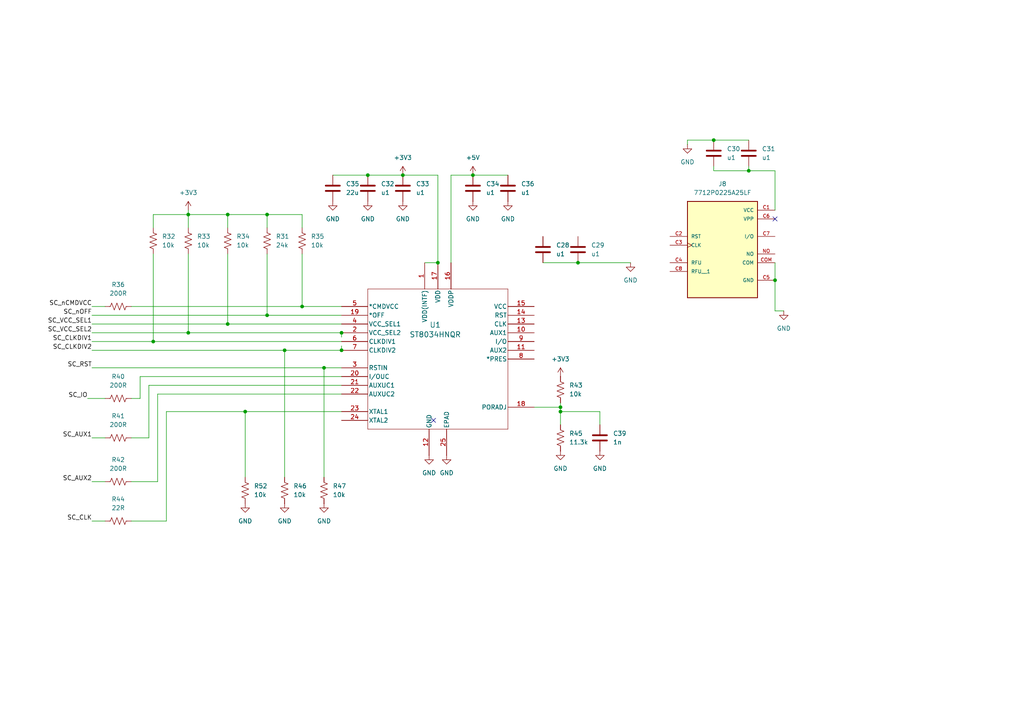
<source format=kicad_sch>
(kicad_sch
	(version 20231120)
	(generator "eeschema")
	(generator_version "8.0")
	(uuid "addf3837-29c9-4b68-98ad-96411b8364a9")
	(paper "A4")
	(lib_symbols
		(symbol "+3V3_1"
			(power)
			(pin_numbers hide)
			(pin_names
				(offset 0) hide)
			(exclude_from_sim no)
			(in_bom yes)
			(on_board yes)
			(property "Reference" "#PWR"
				(at 0 -3.81 0)
				(effects
					(font
						(size 1.27 1.27)
					)
					(hide yes)
				)
			)
			(property "Value" "+3V3"
				(at 0 3.556 0)
				(effects
					(font
						(size 1.27 1.27)
					)
				)
			)
			(property "Footprint" ""
				(at 0 0 0)
				(effects
					(font
						(size 1.27 1.27)
					)
					(hide yes)
				)
			)
			(property "Datasheet" ""
				(at 0 0 0)
				(effects
					(font
						(size 1.27 1.27)
					)
					(hide yes)
				)
			)
			(property "Description" "Power symbol creates a global label with name \"+3V3\""
				(at 0 0 0)
				(effects
					(font
						(size 1.27 1.27)
					)
					(hide yes)
				)
			)
			(property "ki_keywords" "global power"
				(at 0 0 0)
				(effects
					(font
						(size 1.27 1.27)
					)
					(hide yes)
				)
			)
			(symbol "+3V3_1_0_1"
				(polyline
					(pts
						(xy -0.762 1.27) (xy 0 2.54)
					)
					(stroke
						(width 0)
						(type default)
					)
					(fill
						(type none)
					)
				)
				(polyline
					(pts
						(xy 0 0) (xy 0 2.54)
					)
					(stroke
						(width 0)
						(type default)
					)
					(fill
						(type none)
					)
				)
				(polyline
					(pts
						(xy 0 2.54) (xy 0.762 1.27)
					)
					(stroke
						(width 0)
						(type default)
					)
					(fill
						(type none)
					)
				)
			)
			(symbol "+3V3_1_1_1"
				(pin power_in line
					(at 0 0 90)
					(length 0)
					(name "~"
						(effects
							(font
								(size 1.27 1.27)
							)
						)
					)
					(number "1"
						(effects
							(font
								(size 1.27 1.27)
							)
						)
					)
				)
			)
		)
		(symbol "7312P0225A13LF:7312P0225A13LF"
			(pin_names
				(offset 1.016)
			)
			(exclude_from_sim no)
			(in_bom yes)
			(on_board yes)
			(property "Reference" "J"
				(at -10.16 13.462 0)
				(effects
					(font
						(size 1.27 1.27)
					)
					(justify left bottom)
				)
			)
			(property "Value" "7312P0225A13LF"
				(at -10.16 -17.78 0)
				(effects
					(font
						(size 1.27 1.27)
					)
					(justify left bottom)
				)
			)
			(property "Footprint" "7312P0225A13LF:AMPHENOL_7312P0225A13LF"
				(at 0 0 0)
				(effects
					(font
						(size 1.27 1.27)
					)
					(justify bottom)
					(hide yes)
				)
			)
			(property "Datasheet" ""
				(at 0 0 0)
				(effects
					(font
						(size 1.27 1.27)
					)
					(hide yes)
				)
			)
			(property "Description" ""
				(at 0 0 0)
				(effects
					(font
						(size 1.27 1.27)
					)
					(hide yes)
				)
			)
			(property "PARTREV" "L"
				(at 0 0 0)
				(effects
					(font
						(size 1.27 1.27)
					)
					(justify bottom)
					(hide yes)
				)
			)
			(property "STANDARD" "Manufacturer Recommendations"
				(at 0 0 0)
				(effects
					(font
						(size 1.27 1.27)
					)
					(justify bottom)
					(hide yes)
				)
			)
			(property "MAXIMUM_PACKAGE_HEIGHT" "3.60mm"
				(at 0 0 0)
				(effects
					(font
						(size 1.27 1.27)
					)
					(justify bottom)
					(hide yes)
				)
			)
			(property "MANUFACTURER" "Amphenol"
				(at 0 0 0)
				(effects
					(font
						(size 1.27 1.27)
					)
					(justify bottom)
					(hide yes)
				)
			)
			(symbol "7312P0225A13LF_0_0"
				(rectangle
					(start -10.16 -15.24)
					(end 10.16 12.7)
					(stroke
						(width 0.254)
						(type default)
					)
					(fill
						(type background)
					)
				)
				(pin power_in line
					(at 15.24 10.16 180)
					(length 5.08)
					(name "VCC"
						(effects
							(font
								(size 1.016 1.016)
							)
						)
					)
					(number "C1"
						(effects
							(font
								(size 1.016 1.016)
							)
						)
					)
				)
				(pin bidirectional line
					(at -15.24 2.54 0)
					(length 5.08)
					(name "RST"
						(effects
							(font
								(size 1.016 1.016)
							)
						)
					)
					(number "C2"
						(effects
							(font
								(size 1.016 1.016)
							)
						)
					)
				)
				(pin bidirectional clock
					(at -15.24 0 0)
					(length 5.08)
					(name "CLK"
						(effects
							(font
								(size 1.016 1.016)
							)
						)
					)
					(number "C3"
						(effects
							(font
								(size 1.016 1.016)
							)
						)
					)
				)
				(pin passive line
					(at -15.24 -5.08 0)
					(length 5.08)
					(name "RFU"
						(effects
							(font
								(size 1.016 1.016)
							)
						)
					)
					(number "C4"
						(effects
							(font
								(size 1.016 1.016)
							)
						)
					)
				)
				(pin power_in line
					(at 15.24 -10.16 180)
					(length 5.08)
					(name "GND"
						(effects
							(font
								(size 1.016 1.016)
							)
						)
					)
					(number "C5"
						(effects
							(font
								(size 1.016 1.016)
							)
						)
					)
				)
				(pin power_in line
					(at 15.24 7.62 180)
					(length 5.08)
					(name "VPP"
						(effects
							(font
								(size 1.016 1.016)
							)
						)
					)
					(number "C6"
						(effects
							(font
								(size 1.016 1.016)
							)
						)
					)
				)
				(pin bidirectional line
					(at 15.24 2.54 180)
					(length 5.08)
					(name "I/O"
						(effects
							(font
								(size 1.016 1.016)
							)
						)
					)
					(number "C7"
						(effects
							(font
								(size 1.016 1.016)
							)
						)
					)
				)
				(pin passive line
					(at -15.24 -7.62 0)
					(length 5.08)
					(name "RFU__1"
						(effects
							(font
								(size 1.016 1.016)
							)
						)
					)
					(number "C8"
						(effects
							(font
								(size 1.016 1.016)
							)
						)
					)
				)
				(pin passive line
					(at 15.24 -5.08 180)
					(length 5.08)
					(name "COM"
						(effects
							(font
								(size 1.016 1.016)
							)
						)
					)
					(number "COM"
						(effects
							(font
								(size 1.016 1.016)
							)
						)
					)
				)
				(pin passive line
					(at 15.24 -2.54 180)
					(length 5.08)
					(name "NO"
						(effects
							(font
								(size 1.016 1.016)
							)
						)
					)
					(number "NO"
						(effects
							(font
								(size 1.016 1.016)
							)
						)
					)
				)
			)
		)
		(symbol "Device:C"
			(pin_numbers hide)
			(pin_names
				(offset 0.254)
			)
			(exclude_from_sim no)
			(in_bom yes)
			(on_board yes)
			(property "Reference" "C"
				(at 0.635 2.54 0)
				(effects
					(font
						(size 1.27 1.27)
					)
					(justify left)
				)
			)
			(property "Value" "C"
				(at 0.635 -2.54 0)
				(effects
					(font
						(size 1.27 1.27)
					)
					(justify left)
				)
			)
			(property "Footprint" ""
				(at 0.9652 -3.81 0)
				(effects
					(font
						(size 1.27 1.27)
					)
					(hide yes)
				)
			)
			(property "Datasheet" "~"
				(at 0 0 0)
				(effects
					(font
						(size 1.27 1.27)
					)
					(hide yes)
				)
			)
			(property "Description" "Unpolarized capacitor"
				(at 0 0 0)
				(effects
					(font
						(size 1.27 1.27)
					)
					(hide yes)
				)
			)
			(property "ki_keywords" "cap capacitor"
				(at 0 0 0)
				(effects
					(font
						(size 1.27 1.27)
					)
					(hide yes)
				)
			)
			(property "ki_fp_filters" "C_*"
				(at 0 0 0)
				(effects
					(font
						(size 1.27 1.27)
					)
					(hide yes)
				)
			)
			(symbol "C_0_1"
				(polyline
					(pts
						(xy -2.032 -0.762) (xy 2.032 -0.762)
					)
					(stroke
						(width 0.508)
						(type default)
					)
					(fill
						(type none)
					)
				)
				(polyline
					(pts
						(xy -2.032 0.762) (xy 2.032 0.762)
					)
					(stroke
						(width 0.508)
						(type default)
					)
					(fill
						(type none)
					)
				)
			)
			(symbol "C_1_1"
				(pin passive line
					(at 0 3.81 270)
					(length 2.794)
					(name "~"
						(effects
							(font
								(size 1.27 1.27)
							)
						)
					)
					(number "1"
						(effects
							(font
								(size 1.27 1.27)
							)
						)
					)
				)
				(pin passive line
					(at 0 -3.81 90)
					(length 2.794)
					(name "~"
						(effects
							(font
								(size 1.27 1.27)
							)
						)
					)
					(number "2"
						(effects
							(font
								(size 1.27 1.27)
							)
						)
					)
				)
			)
		)
		(symbol "Device:R_US"
			(pin_numbers hide)
			(pin_names
				(offset 0)
			)
			(exclude_from_sim no)
			(in_bom yes)
			(on_board yes)
			(property "Reference" "R"
				(at 2.54 0 90)
				(effects
					(font
						(size 1.27 1.27)
					)
				)
			)
			(property "Value" "R_US"
				(at -2.54 0 90)
				(effects
					(font
						(size 1.27 1.27)
					)
				)
			)
			(property "Footprint" ""
				(at 1.016 -0.254 90)
				(effects
					(font
						(size 1.27 1.27)
					)
					(hide yes)
				)
			)
			(property "Datasheet" "~"
				(at 0 0 0)
				(effects
					(font
						(size 1.27 1.27)
					)
					(hide yes)
				)
			)
			(property "Description" "Resistor, US symbol"
				(at 0 0 0)
				(effects
					(font
						(size 1.27 1.27)
					)
					(hide yes)
				)
			)
			(property "ki_keywords" "R res resistor"
				(at 0 0 0)
				(effects
					(font
						(size 1.27 1.27)
					)
					(hide yes)
				)
			)
			(property "ki_fp_filters" "R_*"
				(at 0 0 0)
				(effects
					(font
						(size 1.27 1.27)
					)
					(hide yes)
				)
			)
			(symbol "R_US_0_1"
				(polyline
					(pts
						(xy 0 -2.286) (xy 0 -2.54)
					)
					(stroke
						(width 0)
						(type default)
					)
					(fill
						(type none)
					)
				)
				(polyline
					(pts
						(xy 0 2.286) (xy 0 2.54)
					)
					(stroke
						(width 0)
						(type default)
					)
					(fill
						(type none)
					)
				)
				(polyline
					(pts
						(xy 0 -0.762) (xy 1.016 -1.143) (xy 0 -1.524) (xy -1.016 -1.905) (xy 0 -2.286)
					)
					(stroke
						(width 0)
						(type default)
					)
					(fill
						(type none)
					)
				)
				(polyline
					(pts
						(xy 0 0.762) (xy 1.016 0.381) (xy 0 0) (xy -1.016 -0.381) (xy 0 -0.762)
					)
					(stroke
						(width 0)
						(type default)
					)
					(fill
						(type none)
					)
				)
				(polyline
					(pts
						(xy 0 2.286) (xy 1.016 1.905) (xy 0 1.524) (xy -1.016 1.143) (xy 0 0.762)
					)
					(stroke
						(width 0)
						(type default)
					)
					(fill
						(type none)
					)
				)
			)
			(symbol "R_US_1_1"
				(pin passive line
					(at 0 3.81 270)
					(length 1.27)
					(name "~"
						(effects
							(font
								(size 1.27 1.27)
							)
						)
					)
					(number "1"
						(effects
							(font
								(size 1.27 1.27)
							)
						)
					)
				)
				(pin passive line
					(at 0 -3.81 90)
					(length 1.27)
					(name "~"
						(effects
							(font
								(size 1.27 1.27)
							)
						)
					)
					(number "2"
						(effects
							(font
								(size 1.27 1.27)
							)
						)
					)
				)
			)
		)
		(symbol "GND_1"
			(power)
			(pin_numbers hide)
			(pin_names
				(offset 0) hide)
			(exclude_from_sim no)
			(in_bom yes)
			(on_board yes)
			(property "Reference" "#PWR"
				(at 0 -6.35 0)
				(effects
					(font
						(size 1.27 1.27)
					)
					(hide yes)
				)
			)
			(property "Value" "GND"
				(at 0 -3.81 0)
				(effects
					(font
						(size 1.27 1.27)
					)
				)
			)
			(property "Footprint" ""
				(at 0 0 0)
				(effects
					(font
						(size 1.27 1.27)
					)
					(hide yes)
				)
			)
			(property "Datasheet" ""
				(at 0 0 0)
				(effects
					(font
						(size 1.27 1.27)
					)
					(hide yes)
				)
			)
			(property "Description" "Power symbol creates a global label with name \"GND\" , ground"
				(at 0 0 0)
				(effects
					(font
						(size 1.27 1.27)
					)
					(hide yes)
				)
			)
			(property "ki_keywords" "global power"
				(at 0 0 0)
				(effects
					(font
						(size 1.27 1.27)
					)
					(hide yes)
				)
			)
			(symbol "GND_1_0_1"
				(polyline
					(pts
						(xy 0 0) (xy 0 -1.27) (xy 1.27 -1.27) (xy 0 -2.54) (xy -1.27 -1.27) (xy 0 -1.27)
					)
					(stroke
						(width 0)
						(type default)
					)
					(fill
						(type none)
					)
				)
			)
			(symbol "GND_1_1_1"
				(pin power_in line
					(at 0 0 270)
					(length 0)
					(name "~"
						(effects
							(font
								(size 1.27 1.27)
							)
						)
					)
					(number "1"
						(effects
							(font
								(size 1.27 1.27)
							)
						)
					)
				)
			)
		)
		(symbol "GND_2"
			(power)
			(pin_numbers hide)
			(pin_names
				(offset 0) hide)
			(exclude_from_sim no)
			(in_bom yes)
			(on_board yes)
			(property "Reference" "#PWR"
				(at 0 -6.35 0)
				(effects
					(font
						(size 1.27 1.27)
					)
					(hide yes)
				)
			)
			(property "Value" "GND"
				(at 0 -3.81 0)
				(effects
					(font
						(size 1.27 1.27)
					)
				)
			)
			(property "Footprint" ""
				(at 0 0 0)
				(effects
					(font
						(size 1.27 1.27)
					)
					(hide yes)
				)
			)
			(property "Datasheet" ""
				(at 0 0 0)
				(effects
					(font
						(size 1.27 1.27)
					)
					(hide yes)
				)
			)
			(property "Description" "Power symbol creates a global label with name \"GND\" , ground"
				(at 0 0 0)
				(effects
					(font
						(size 1.27 1.27)
					)
					(hide yes)
				)
			)
			(property "ki_keywords" "global power"
				(at 0 0 0)
				(effects
					(font
						(size 1.27 1.27)
					)
					(hide yes)
				)
			)
			(symbol "GND_2_0_1"
				(polyline
					(pts
						(xy 0 0) (xy 0 -1.27) (xy 1.27 -1.27) (xy 0 -2.54) (xy -1.27 -1.27) (xy 0 -1.27)
					)
					(stroke
						(width 0)
						(type default)
					)
					(fill
						(type none)
					)
				)
			)
			(symbol "GND_2_1_1"
				(pin power_in line
					(at 0 0 270)
					(length 0)
					(name "~"
						(effects
							(font
								(size 1.27 1.27)
							)
						)
					)
					(number "1"
						(effects
							(font
								(size 1.27 1.27)
							)
						)
					)
				)
			)
		)
		(symbol "GND_3"
			(power)
			(pin_numbers hide)
			(pin_names
				(offset 0) hide)
			(exclude_from_sim no)
			(in_bom yes)
			(on_board yes)
			(property "Reference" "#PWR"
				(at 0 -6.35 0)
				(effects
					(font
						(size 1.27 1.27)
					)
					(hide yes)
				)
			)
			(property "Value" "GND"
				(at 0 -3.81 0)
				(effects
					(font
						(size 1.27 1.27)
					)
				)
			)
			(property "Footprint" ""
				(at 0 0 0)
				(effects
					(font
						(size 1.27 1.27)
					)
					(hide yes)
				)
			)
			(property "Datasheet" ""
				(at 0 0 0)
				(effects
					(font
						(size 1.27 1.27)
					)
					(hide yes)
				)
			)
			(property "Description" "Power symbol creates a global label with name \"GND\" , ground"
				(at 0 0 0)
				(effects
					(font
						(size 1.27 1.27)
					)
					(hide yes)
				)
			)
			(property "ki_keywords" "global power"
				(at 0 0 0)
				(effects
					(font
						(size 1.27 1.27)
					)
					(hide yes)
				)
			)
			(symbol "GND_3_0_1"
				(polyline
					(pts
						(xy 0 0) (xy 0 -1.27) (xy 1.27 -1.27) (xy 0 -2.54) (xy -1.27 -1.27) (xy 0 -1.27)
					)
					(stroke
						(width 0)
						(type default)
					)
					(fill
						(type none)
					)
				)
			)
			(symbol "GND_3_1_1"
				(pin power_in line
					(at 0 0 270)
					(length 0)
					(name "~"
						(effects
							(font
								(size 1.27 1.27)
							)
						)
					)
					(number "1"
						(effects
							(font
								(size 1.27 1.27)
							)
						)
					)
				)
			)
		)
		(symbol "power:+3V3"
			(power)
			(pin_numbers hide)
			(pin_names
				(offset 0) hide)
			(exclude_from_sim no)
			(in_bom yes)
			(on_board yes)
			(property "Reference" "#PWR"
				(at 0 -3.81 0)
				(effects
					(font
						(size 1.27 1.27)
					)
					(hide yes)
				)
			)
			(property "Value" "+3V3"
				(at 0 3.556 0)
				(effects
					(font
						(size 1.27 1.27)
					)
				)
			)
			(property "Footprint" ""
				(at 0 0 0)
				(effects
					(font
						(size 1.27 1.27)
					)
					(hide yes)
				)
			)
			(property "Datasheet" ""
				(at 0 0 0)
				(effects
					(font
						(size 1.27 1.27)
					)
					(hide yes)
				)
			)
			(property "Description" "Power symbol creates a global label with name \"+3V3\""
				(at 0 0 0)
				(effects
					(font
						(size 1.27 1.27)
					)
					(hide yes)
				)
			)
			(property "ki_keywords" "global power"
				(at 0 0 0)
				(effects
					(font
						(size 1.27 1.27)
					)
					(hide yes)
				)
			)
			(symbol "+3V3_0_1"
				(polyline
					(pts
						(xy -0.762 1.27) (xy 0 2.54)
					)
					(stroke
						(width 0)
						(type default)
					)
					(fill
						(type none)
					)
				)
				(polyline
					(pts
						(xy 0 0) (xy 0 2.54)
					)
					(stroke
						(width 0)
						(type default)
					)
					(fill
						(type none)
					)
				)
				(polyline
					(pts
						(xy 0 2.54) (xy 0.762 1.27)
					)
					(stroke
						(width 0)
						(type default)
					)
					(fill
						(type none)
					)
				)
			)
			(symbol "+3V3_1_1"
				(pin power_in line
					(at 0 0 90)
					(length 0)
					(name "~"
						(effects
							(font
								(size 1.27 1.27)
							)
						)
					)
					(number "1"
						(effects
							(font
								(size 1.27 1.27)
							)
						)
					)
				)
			)
		)
		(symbol "power:+5V"
			(power)
			(pin_numbers hide)
			(pin_names
				(offset 0) hide)
			(exclude_from_sim no)
			(in_bom yes)
			(on_board yes)
			(property "Reference" "#PWR"
				(at 0 -3.81 0)
				(effects
					(font
						(size 1.27 1.27)
					)
					(hide yes)
				)
			)
			(property "Value" "+5V"
				(at 0 3.556 0)
				(effects
					(font
						(size 1.27 1.27)
					)
				)
			)
			(property "Footprint" ""
				(at 0 0 0)
				(effects
					(font
						(size 1.27 1.27)
					)
					(hide yes)
				)
			)
			(property "Datasheet" ""
				(at 0 0 0)
				(effects
					(font
						(size 1.27 1.27)
					)
					(hide yes)
				)
			)
			(property "Description" "Power symbol creates a global label with name \"+5V\""
				(at 0 0 0)
				(effects
					(font
						(size 1.27 1.27)
					)
					(hide yes)
				)
			)
			(property "ki_keywords" "global power"
				(at 0 0 0)
				(effects
					(font
						(size 1.27 1.27)
					)
					(hide yes)
				)
			)
			(symbol "+5V_0_1"
				(polyline
					(pts
						(xy -0.762 1.27) (xy 0 2.54)
					)
					(stroke
						(width 0)
						(type default)
					)
					(fill
						(type none)
					)
				)
				(polyline
					(pts
						(xy 0 0) (xy 0 2.54)
					)
					(stroke
						(width 0)
						(type default)
					)
					(fill
						(type none)
					)
				)
				(polyline
					(pts
						(xy 0 2.54) (xy 0.762 1.27)
					)
					(stroke
						(width 0)
						(type default)
					)
					(fill
						(type none)
					)
				)
			)
			(symbol "+5V_1_1"
				(pin power_in line
					(at 0 0 90)
					(length 0)
					(name "~"
						(effects
							(font
								(size 1.27 1.27)
							)
						)
					)
					(number "1"
						(effects
							(font
								(size 1.27 1.27)
							)
						)
					)
				)
			)
		)
		(symbol "specter_symbols:ST8034HNQR"
			(pin_names
				(offset 0.254)
			)
			(exclude_from_sim no)
			(in_bom yes)
			(on_board yes)
			(property "Reference" "U1"
				(at 27.178 -5.334 0)
				(effects
					(font
						(size 1.524 1.524)
					)
				)
			)
			(property "Value" "ST8034HNQR"
				(at 27.178 -8.128 0)
				(effects
					(font
						(size 1.524 1.524)
					)
				)
			)
			(property "Footprint" "QFN24_4x4x0.8_STM"
				(at 27.178 -10.668 0)
				(effects
					(font
						(size 1.27 1.27)
						(italic yes)
					)
					(hide yes)
				)
			)
			(property "Datasheet" "ST8034HNQR"
				(at 26.924 -12.954 0)
				(effects
					(font
						(size 1.27 1.27)
						(italic yes)
					)
					(hide yes)
				)
			)
			(property "Description" ""
				(at 0 0 0)
				(effects
					(font
						(size 1.27 1.27)
					)
					(hide yes)
				)
			)
			(property "ki_locked" ""
				(at 0 0 0)
				(effects
					(font
						(size 1.27 1.27)
					)
				)
			)
			(property "ki_keywords" "ST8034HNQR"
				(at 0 0 0)
				(effects
					(font
						(size 1.27 1.27)
					)
					(hide yes)
				)
			)
			(property "ki_fp_filters" "QFN24_4x4x0.8_STM QFN24_4x4x0.8_STM-M QFN24_4x4x0.8_STM-L"
				(at 0 0 0)
				(effects
					(font
						(size 1.27 1.27)
					)
					(hide yes)
				)
			)
			(symbol "ST8034HNQR_0_1"
				(polyline
					(pts
						(xy 7.62 -35.56) (xy 48.26 -35.56)
					)
					(stroke
						(width 0.127)
						(type default)
					)
					(fill
						(type none)
					)
				)
				(polyline
					(pts
						(xy 7.62 5.08) (xy 7.62 -35.56)
					)
					(stroke
						(width 0.127)
						(type default)
					)
					(fill
						(type none)
					)
				)
				(polyline
					(pts
						(xy 48.26 -35.56) (xy 48.26 5.08)
					)
					(stroke
						(width 0.127)
						(type default)
					)
					(fill
						(type none)
					)
				)
				(polyline
					(pts
						(xy 48.26 5.08) (xy 7.62 5.08)
					)
					(stroke
						(width 0.127)
						(type default)
					)
					(fill
						(type none)
					)
				)
				(pin power_in line
					(at 24.13 12.7 270)
					(length 7.62)
					(name "VDD(INTF)"
						(effects
							(font
								(size 1.27 1.27)
							)
						)
					)
					(number "1"
						(effects
							(font
								(size 1.27 1.27)
							)
						)
					)
				)
				(pin bidirectional line
					(at 55.88 -7.62 180)
					(length 7.62)
					(name "AUX1"
						(effects
							(font
								(size 1.27 1.27)
							)
						)
					)
					(number "10"
						(effects
							(font
								(size 1.27 1.27)
							)
						)
					)
				)
				(pin bidirectional line
					(at 55.88 -12.7 180)
					(length 7.62)
					(name "AUX2"
						(effects
							(font
								(size 1.27 1.27)
							)
						)
					)
					(number "11"
						(effects
							(font
								(size 1.27 1.27)
							)
						)
					)
				)
				(pin power_out line
					(at 25.4 -43.18 90)
					(length 7.62)
					(name "GND"
						(effects
							(font
								(size 1.27 1.27)
							)
						)
					)
					(number "12"
						(effects
							(font
								(size 1.27 1.27)
							)
						)
					)
				)
				(pin unspecified line
					(at 55.88 -5.08 180)
					(length 7.62)
					(name "CLK"
						(effects
							(font
								(size 1.27 1.27)
							)
						)
					)
					(number "13"
						(effects
							(font
								(size 1.27 1.27)
							)
						)
					)
				)
				(pin output line
					(at 55.88 -2.54 180)
					(length 7.62)
					(name "RST"
						(effects
							(font
								(size 1.27 1.27)
							)
						)
					)
					(number "14"
						(effects
							(font
								(size 1.27 1.27)
							)
						)
					)
				)
				(pin power_in line
					(at 55.88 0 180)
					(length 7.62)
					(name "VCC"
						(effects
							(font
								(size 1.27 1.27)
							)
						)
					)
					(number "15"
						(effects
							(font
								(size 1.27 1.27)
							)
						)
					)
				)
				(pin power_in line
					(at 31.75 12.7 270)
					(length 7.62)
					(name "VDDP"
						(effects
							(font
								(size 1.27 1.27)
							)
						)
					)
					(number "16"
						(effects
							(font
								(size 1.27 1.27)
							)
						)
					)
				)
				(pin power_in line
					(at 27.94 12.7 270)
					(length 7.62)
					(name "VDD"
						(effects
							(font
								(size 1.27 1.27)
							)
						)
					)
					(number "17"
						(effects
							(font
								(size 1.27 1.27)
							)
						)
					)
				)
				(pin input line
					(at 55.88 -29.21 180)
					(length 7.62)
					(name "PORADJ"
						(effects
							(font
								(size 1.27 1.27)
							)
						)
					)
					(number "18"
						(effects
							(font
								(size 1.27 1.27)
							)
						)
					)
				)
				(pin unspecified line
					(at 0 -2.54 0)
					(length 7.62)
					(name "*OFF"
						(effects
							(font
								(size 1.27 1.27)
							)
						)
					)
					(number "19"
						(effects
							(font
								(size 1.27 1.27)
							)
						)
					)
				)
				(pin power_in line
					(at 0 -7.62 0)
					(length 7.62)
					(name "VCC_SEL2"
						(effects
							(font
								(size 1.27 1.27)
							)
						)
					)
					(number "2"
						(effects
							(font
								(size 1.27 1.27)
							)
						)
					)
				)
				(pin bidirectional line
					(at 0 -20.32 0)
					(length 7.62)
					(name "I/OUC"
						(effects
							(font
								(size 1.27 1.27)
							)
						)
					)
					(number "20"
						(effects
							(font
								(size 1.27 1.27)
							)
						)
					)
				)
				(pin bidirectional line
					(at 0 -22.86 0)
					(length 7.62)
					(name "AUXUC1"
						(effects
							(font
								(size 1.27 1.27)
							)
						)
					)
					(number "21"
						(effects
							(font
								(size 1.27 1.27)
							)
						)
					)
				)
				(pin bidirectional line
					(at 0 -25.4 0)
					(length 7.62)
					(name "AUXUC2"
						(effects
							(font
								(size 1.27 1.27)
							)
						)
					)
					(number "22"
						(effects
							(font
								(size 1.27 1.27)
							)
						)
					)
				)
				(pin input line
					(at 0 -30.48 0)
					(length 7.62)
					(name "XTAL1"
						(effects
							(font
								(size 1.27 1.27)
							)
						)
					)
					(number "23"
						(effects
							(font
								(size 1.27 1.27)
							)
						)
					)
				)
				(pin unspecified line
					(at 0 -33.02 0)
					(length 7.62)
					(name "XTAL2"
						(effects
							(font
								(size 1.27 1.27)
							)
						)
					)
					(number "24"
						(effects
							(font
								(size 1.27 1.27)
							)
						)
					)
				)
				(pin power_out line
					(at 30.48 -43.18 90)
					(length 7.62)
					(name "EPAD"
						(effects
							(font
								(size 1.27 1.27)
							)
						)
					)
					(number "25"
						(effects
							(font
								(size 1.27 1.27)
							)
						)
					)
				)
				(pin input line
					(at 0 -17.78 0)
					(length 7.62)
					(name "RSTIN"
						(effects
							(font
								(size 1.27 1.27)
							)
						)
					)
					(number "3"
						(effects
							(font
								(size 1.27 1.27)
							)
						)
					)
				)
				(pin power_in line
					(at 0 -5.08 0)
					(length 7.62)
					(name "VCC_SEL1"
						(effects
							(font
								(size 1.27 1.27)
							)
						)
					)
					(number "4"
						(effects
							(font
								(size 1.27 1.27)
							)
						)
					)
				)
				(pin input line
					(at 0 0 0)
					(length 7.62)
					(name "*CMDVCC"
						(effects
							(font
								(size 1.27 1.27)
							)
						)
					)
					(number "5"
						(effects
							(font
								(size 1.27 1.27)
							)
						)
					)
				)
				(pin bidirectional line
					(at 0 -10.16 0)
					(length 7.62)
					(name "CLKDIV1"
						(effects
							(font
								(size 1.27 1.27)
							)
						)
					)
					(number "6"
						(effects
							(font
								(size 1.27 1.27)
							)
						)
					)
				)
				(pin bidirectional line
					(at 0 -12.7 0)
					(length 7.62)
					(name "CLKDIV2"
						(effects
							(font
								(size 1.27 1.27)
							)
						)
					)
					(number "7"
						(effects
							(font
								(size 1.27 1.27)
							)
						)
					)
				)
				(pin input line
					(at 55.88 -15.24 180)
					(length 7.62)
					(name "*PRES"
						(effects
							(font
								(size 1.27 1.27)
							)
						)
					)
					(number "8"
						(effects
							(font
								(size 1.27 1.27)
							)
						)
					)
				)
				(pin bidirectional line
					(at 55.88 -10.16 180)
					(length 7.62)
					(name "I/O"
						(effects
							(font
								(size 1.27 1.27)
							)
						)
					)
					(number "9"
						(effects
							(font
								(size 1.27 1.27)
							)
						)
					)
				)
			)
		)
	)
	(junction
		(at 71.12 119.38)
		(diameter 0)
		(color 0 0 0 0)
		(uuid "022b7431-916d-44b9-87fe-23bbaf12f568")
	)
	(junction
		(at 77.47 91.44)
		(diameter 0)
		(color 0 0 0 0)
		(uuid "0ced96cd-087a-4f07-ba3d-33e549fd5318")
	)
	(junction
		(at 217.17 49.53)
		(diameter 0)
		(color 0 0 0 0)
		(uuid "1a2824e1-730d-4735-94c0-c99ec510fc9e")
	)
	(junction
		(at 44.45 99.06)
		(diameter 0)
		(color 0 0 0 0)
		(uuid "2201de65-4f91-4a39-a1bc-073234dfd0ac")
	)
	(junction
		(at 127 76.2)
		(diameter 0)
		(color 0 0 0 0)
		(uuid "22d72867-5aa0-4b81-a958-4559dd04753b")
	)
	(junction
		(at 99.06 101.6)
		(diameter 0)
		(color 0 0 0 0)
		(uuid "2e3b5a75-69cb-47c2-bbd6-cbb850e715d1")
	)
	(junction
		(at 116.84 50.8)
		(diameter 0)
		(color 0 0 0 0)
		(uuid "3421c5e9-51a6-4359-a907-7cb0cb8b3887")
	)
	(junction
		(at 82.55 101.6)
		(diameter 0)
		(color 0 0 0 0)
		(uuid "34b4ae56-089a-454c-862c-b03997cfbb2e")
	)
	(junction
		(at 207.01 40.64)
		(diameter 0)
		(color 0 0 0 0)
		(uuid "42430ec1-7a06-40f7-8faa-652cf2b2a253")
	)
	(junction
		(at 162.56 118.11)
		(diameter 0)
		(color 0 0 0 0)
		(uuid "50d69537-ceff-40ad-b118-40e82532254d")
	)
	(junction
		(at 66.04 62.23)
		(diameter 0)
		(color 0 0 0 0)
		(uuid "52195801-86e4-4993-9166-d4060afc53d8")
	)
	(junction
		(at 87.63 88.9)
		(diameter 0)
		(color 0 0 0 0)
		(uuid "6b5bb046-433b-413d-9228-8a0d72ef371e")
	)
	(junction
		(at 137.16 50.8)
		(diameter 0)
		(color 0 0 0 0)
		(uuid "6bbee88a-9768-4dc7-be68-5b06ea2e7178")
	)
	(junction
		(at 162.56 119.38)
		(diameter 0)
		(color 0 0 0 0)
		(uuid "7cefd39d-801d-4869-b221-eda94cf904b4")
	)
	(junction
		(at 77.47 62.23)
		(diameter 0)
		(color 0 0 0 0)
		(uuid "7df4c2f8-629a-4c7f-ad90-32cfda97cd3d")
	)
	(junction
		(at 54.61 96.52)
		(diameter 0)
		(color 0 0 0 0)
		(uuid "b5d2171a-bb2c-400d-9764-8a606fa9c01c")
	)
	(junction
		(at 54.61 62.23)
		(diameter 0)
		(color 0 0 0 0)
		(uuid "b7863a4e-b1e0-4f97-8e84-0a1e16b81262")
	)
	(junction
		(at 224.79 81.28)
		(diameter 0)
		(color 0 0 0 0)
		(uuid "bcc932bb-08d2-4d21-8359-7fe8298d6453")
	)
	(junction
		(at 167.64 76.2)
		(diameter 0)
		(color 0 0 0 0)
		(uuid "bfad872f-5168-447d-b821-3363dd759e80")
	)
	(junction
		(at 66.04 93.98)
		(diameter 0)
		(color 0 0 0 0)
		(uuid "ceff2f19-ca0e-48f8-a838-5bbb94e6ea2f")
	)
	(junction
		(at 99.06 96.52)
		(diameter 0)
		(color 0 0 0 0)
		(uuid "d1d88a04-41ae-4c04-a619-c88d25c8a915")
	)
	(junction
		(at 106.68 50.8)
		(diameter 0)
		(color 0 0 0 0)
		(uuid "ebd5f18c-4865-4794-9e9c-c9001feb3480")
	)
	(junction
		(at 93.98 106.68)
		(diameter 0)
		(color 0 0 0 0)
		(uuid "f41353f1-b17e-4250-94a4-b92521302031")
	)
	(no_connect
		(at 125.73 121.92)
		(uuid "3e3f511b-4d2c-4407-94de-73bbc0208f76")
	)
	(no_connect
		(at 224.79 63.5)
		(uuid "fffaac5f-866e-4bfa-8ec4-4c771eaade1d")
	)
	(wire
		(pts
			(xy 207.01 40.64) (xy 217.17 40.64)
		)
		(stroke
			(width 0)
			(type default)
		)
		(uuid "039bf2f2-07d1-4e9f-8de5-1f879979bdc1")
	)
	(wire
		(pts
			(xy 26.67 91.44) (xy 77.47 91.44)
		)
		(stroke
			(width 0)
			(type default)
		)
		(uuid "04287eb0-512a-4cf4-8e89-c2833ea4f0e7")
	)
	(wire
		(pts
			(xy 26.67 96.52) (xy 54.61 96.52)
		)
		(stroke
			(width 0)
			(type default)
		)
		(uuid "0b516400-5e7b-43dc-a3ec-12261396d8fa")
	)
	(wire
		(pts
			(xy 77.47 73.66) (xy 77.47 91.44)
		)
		(stroke
			(width 0)
			(type default)
		)
		(uuid "0ea10d0c-f681-41d1-99fd-69fc9f4c0914")
	)
	(wire
		(pts
			(xy 137.16 50.8) (xy 147.32 50.8)
		)
		(stroke
			(width 0)
			(type default)
		)
		(uuid "157c170f-2373-4b7c-bdd0-b835b115e417")
	)
	(wire
		(pts
			(xy 43.18 127) (xy 43.18 111.76)
		)
		(stroke
			(width 0)
			(type default)
		)
		(uuid "182d3629-747c-487a-80f3-e3fe7c9d3530")
	)
	(wire
		(pts
			(xy 116.84 50.8) (xy 127 50.8)
		)
		(stroke
			(width 0)
			(type default)
		)
		(uuid "1d9d3493-5d97-43b6-81fc-45786df93cf9")
	)
	(wire
		(pts
			(xy 26.67 106.68) (xy 93.98 106.68)
		)
		(stroke
			(width 0)
			(type default)
		)
		(uuid "1dd2b8ef-d006-448d-a3ff-b6f02f752449")
	)
	(wire
		(pts
			(xy 87.63 66.04) (xy 87.63 62.23)
		)
		(stroke
			(width 0)
			(type default)
		)
		(uuid "235ebb9a-653e-4e2c-8fab-023164cd563e")
	)
	(wire
		(pts
			(xy 93.98 106.68) (xy 93.98 138.43)
		)
		(stroke
			(width 0)
			(type default)
		)
		(uuid "267ec2d9-8440-4ab3-bfa2-6a776dabfd4e")
	)
	(wire
		(pts
			(xy 40.64 115.57) (xy 40.64 109.22)
		)
		(stroke
			(width 0)
			(type default)
		)
		(uuid "2ab99af8-6ea6-453b-8baa-ba5cdd7b6152")
	)
	(wire
		(pts
			(xy 26.67 139.7) (xy 30.48 139.7)
		)
		(stroke
			(width 0)
			(type default)
		)
		(uuid "2df43c23-d708-4969-b06d-1a31afa8c471")
	)
	(wire
		(pts
			(xy 199.39 41.91) (xy 199.39 40.64)
		)
		(stroke
			(width 0)
			(type default)
		)
		(uuid "30f355c2-64b0-49bf-81b8-e02f4bc46b9d")
	)
	(wire
		(pts
			(xy 87.63 88.9) (xy 99.06 88.9)
		)
		(stroke
			(width 0)
			(type default)
		)
		(uuid "33efd289-76b4-405c-93d4-9a659c97ac99")
	)
	(wire
		(pts
			(xy 66.04 93.98) (xy 99.06 93.98)
		)
		(stroke
			(width 0)
			(type default)
		)
		(uuid "363275bb-0e84-4a66-ad21-3ba61852a1b0")
	)
	(wire
		(pts
			(xy 38.1 88.9) (xy 87.63 88.9)
		)
		(stroke
			(width 0)
			(type default)
		)
		(uuid "36746079-90a5-4f4f-a9ca-c693edfafe40")
	)
	(wire
		(pts
			(xy 48.26 119.38) (xy 71.12 119.38)
		)
		(stroke
			(width 0)
			(type default)
		)
		(uuid "3e10b28c-b41a-491f-999e-7c81851b21ce")
	)
	(wire
		(pts
			(xy 66.04 73.66) (xy 66.04 93.98)
		)
		(stroke
			(width 0)
			(type default)
		)
		(uuid "41058c23-0ef3-4b2c-bd74-731ac200767c")
	)
	(wire
		(pts
			(xy 99.06 96.52) (xy 99.06 97.79)
		)
		(stroke
			(width 0)
			(type default)
		)
		(uuid "41ebc695-40ba-4c80-aab2-3e558b0d8507")
	)
	(wire
		(pts
			(xy 54.61 96.52) (xy 99.06 96.52)
		)
		(stroke
			(width 0)
			(type default)
		)
		(uuid "42036ee2-1b5b-41c9-800e-7ba891108b46")
	)
	(wire
		(pts
			(xy 157.48 76.2) (xy 167.64 76.2)
		)
		(stroke
			(width 0)
			(type default)
		)
		(uuid "4204dd03-79bc-448d-ac1d-d33e3d9f722e")
	)
	(wire
		(pts
			(xy 43.18 111.76) (xy 99.06 111.76)
		)
		(stroke
			(width 0)
			(type default)
		)
		(uuid "4345063e-11bc-41c0-a199-9fcedca03feb")
	)
	(wire
		(pts
			(xy 77.47 62.23) (xy 87.63 62.23)
		)
		(stroke
			(width 0)
			(type default)
		)
		(uuid "46daa62a-ab61-4e0a-8878-c7e862841fbe")
	)
	(wire
		(pts
			(xy 173.99 119.38) (xy 173.99 123.19)
		)
		(stroke
			(width 0)
			(type default)
		)
		(uuid "486b725a-6b09-4721-aad6-4e3f6f2e18e4")
	)
	(wire
		(pts
			(xy 93.98 106.68) (xy 99.06 106.68)
		)
		(stroke
			(width 0)
			(type default)
		)
		(uuid "506a9d66-e133-43fa-b6d4-dce3660e795e")
	)
	(wire
		(pts
			(xy 38.1 127) (xy 43.18 127)
		)
		(stroke
			(width 0)
			(type default)
		)
		(uuid "51ac52db-97ea-4a9a-a7a0-99691adaa7a5")
	)
	(wire
		(pts
			(xy 162.56 119.38) (xy 173.99 119.38)
		)
		(stroke
			(width 0)
			(type default)
		)
		(uuid "5470167d-9a62-4895-afd3-f77386f84b57")
	)
	(wire
		(pts
			(xy 25.4 115.57) (xy 30.48 115.57)
		)
		(stroke
			(width 0)
			(type default)
		)
		(uuid "5547137b-d9fc-411d-9758-c222f358ba5e")
	)
	(wire
		(pts
			(xy 77.47 66.04) (xy 77.47 62.23)
		)
		(stroke
			(width 0)
			(type default)
		)
		(uuid "59abf388-ca03-40fd-95e4-64ba73b1deff")
	)
	(wire
		(pts
			(xy 162.56 118.11) (xy 162.56 119.38)
		)
		(stroke
			(width 0)
			(type default)
		)
		(uuid "636a540f-93f1-4e0a-9bad-0d286afd9393")
	)
	(wire
		(pts
			(xy 137.16 50.8) (xy 130.81 50.8)
		)
		(stroke
			(width 0)
			(type default)
		)
		(uuid "6a35d9e3-1913-4d15-b4d4-b94293296a8a")
	)
	(wire
		(pts
			(xy 224.79 81.28) (xy 224.79 90.17)
		)
		(stroke
			(width 0)
			(type default)
		)
		(uuid "6ca7780f-894a-4011-81fd-6253b954147a")
	)
	(wire
		(pts
			(xy 82.55 101.6) (xy 82.55 138.43)
		)
		(stroke
			(width 0)
			(type default)
		)
		(uuid "700255ea-2daf-47bb-a97c-9329ef3fa493")
	)
	(wire
		(pts
			(xy 38.1 115.57) (xy 40.64 115.57)
		)
		(stroke
			(width 0)
			(type default)
		)
		(uuid "73197d72-79cb-491f-84ca-6219ca7bb548")
	)
	(wire
		(pts
			(xy 207.01 49.53) (xy 217.17 49.53)
		)
		(stroke
			(width 0)
			(type default)
		)
		(uuid "748f601c-4f25-4ab5-ae47-cdf974ee51cc")
	)
	(wire
		(pts
			(xy 45.72 114.3) (xy 99.06 114.3)
		)
		(stroke
			(width 0)
			(type default)
		)
		(uuid "756240b4-0b58-4cc2-8818-7cfdf1ec49c1")
	)
	(wire
		(pts
			(xy 162.56 123.19) (xy 162.56 119.38)
		)
		(stroke
			(width 0)
			(type default)
		)
		(uuid "789ed0cc-c631-4b23-9e24-d002d31b45dd")
	)
	(wire
		(pts
			(xy 217.17 48.26) (xy 217.17 49.53)
		)
		(stroke
			(width 0)
			(type default)
		)
		(uuid "7b992b2b-7d3d-46c8-bdbc-14eec56c0e0a")
	)
	(wire
		(pts
			(xy 77.47 91.44) (xy 99.06 91.44)
		)
		(stroke
			(width 0)
			(type default)
		)
		(uuid "7c5dd676-f2fd-413f-967e-40339e1b1b8e")
	)
	(wire
		(pts
			(xy 40.64 109.22) (xy 99.06 109.22)
		)
		(stroke
			(width 0)
			(type default)
		)
		(uuid "864268ca-dc64-405d-9c77-36c721839406")
	)
	(wire
		(pts
			(xy 71.12 119.38) (xy 99.06 119.38)
		)
		(stroke
			(width 0)
			(type default)
		)
		(uuid "87b457ea-bb5b-41c3-9df4-e72f284f03ba")
	)
	(wire
		(pts
			(xy 123.19 76.2) (xy 127 76.2)
		)
		(stroke
			(width 0)
			(type default)
		)
		(uuid "88f5e94d-f409-4d58-b449-7940ce5070c2")
	)
	(wire
		(pts
			(xy 217.17 49.53) (xy 224.79 49.53)
		)
		(stroke
			(width 0)
			(type default)
		)
		(uuid "8c5e2cef-a621-4990-99a9-b71e97635938")
	)
	(wire
		(pts
			(xy 154.94 118.11) (xy 162.56 118.11)
		)
		(stroke
			(width 0)
			(type default)
		)
		(uuid "8d41da1b-52a2-4969-94cd-12b000dced6d")
	)
	(wire
		(pts
			(xy 26.67 127) (xy 30.48 127)
		)
		(stroke
			(width 0)
			(type default)
		)
		(uuid "8e4fcba4-0982-4c3d-8d32-5b85a057bba0")
	)
	(wire
		(pts
			(xy 96.52 50.8) (xy 106.68 50.8)
		)
		(stroke
			(width 0)
			(type default)
		)
		(uuid "8ee1bee9-6e1b-4963-bd63-bfee1b662939")
	)
	(wire
		(pts
			(xy 26.67 101.6) (xy 82.55 101.6)
		)
		(stroke
			(width 0)
			(type default)
		)
		(uuid "909c8379-b737-48f4-ab0d-fd0966e95bde")
	)
	(wire
		(pts
			(xy 130.81 50.8) (xy 130.81 76.2)
		)
		(stroke
			(width 0)
			(type default)
		)
		(uuid "91fe3c09-2d36-4870-a824-0739c1c093fd")
	)
	(wire
		(pts
			(xy 26.67 99.06) (xy 44.45 99.06)
		)
		(stroke
			(width 0)
			(type default)
		)
		(uuid "93b495f7-7f5f-4bd4-bb85-f3fffc27d5f2")
	)
	(wire
		(pts
			(xy 48.26 151.13) (xy 48.26 119.38)
		)
		(stroke
			(width 0)
			(type default)
		)
		(uuid "9d3f5e79-c146-4f7a-bb9c-9d1c577f6b9a")
	)
	(wire
		(pts
			(xy 167.64 76.2) (xy 182.88 76.2)
		)
		(stroke
			(width 0)
			(type default)
		)
		(uuid "ab3a449c-c448-41ea-b3cc-65ec53331747")
	)
	(wire
		(pts
			(xy 207.01 48.26) (xy 207.01 49.53)
		)
		(stroke
			(width 0)
			(type default)
		)
		(uuid "af23ff85-8d68-41b8-b4ce-0578ba63e1ed")
	)
	(wire
		(pts
			(xy 26.67 93.98) (xy 66.04 93.98)
		)
		(stroke
			(width 0)
			(type default)
		)
		(uuid "af799c88-582b-484c-a6d7-ac00df5551af")
	)
	(wire
		(pts
			(xy 199.39 40.64) (xy 207.01 40.64)
		)
		(stroke
			(width 0)
			(type default)
		)
		(uuid "ba6d2d17-956c-4c27-bd84-6001d2383a52")
	)
	(wire
		(pts
			(xy 38.1 151.13) (xy 48.26 151.13)
		)
		(stroke
			(width 0)
			(type default)
		)
		(uuid "bacd572e-6fba-47b0-8122-91d044b010ba")
	)
	(wire
		(pts
			(xy 44.45 66.04) (xy 44.45 62.23)
		)
		(stroke
			(width 0)
			(type default)
		)
		(uuid "bb91c408-3419-420d-9321-64c56d95a577")
	)
	(wire
		(pts
			(xy 54.61 60.96) (xy 54.61 62.23)
		)
		(stroke
			(width 0)
			(type default)
		)
		(uuid "bba656f8-e715-41fe-b9c6-f74a59c2c256")
	)
	(wire
		(pts
			(xy 106.68 50.8) (xy 116.84 50.8)
		)
		(stroke
			(width 0)
			(type default)
		)
		(uuid "bd861f0b-aeca-44ef-8220-093316c61ea5")
	)
	(wire
		(pts
			(xy 54.61 73.66) (xy 54.61 96.52)
		)
		(stroke
			(width 0)
			(type default)
		)
		(uuid "bf228327-b9a9-4efc-81fc-6b6454740896")
	)
	(wire
		(pts
			(xy 45.72 139.7) (xy 45.72 114.3)
		)
		(stroke
			(width 0)
			(type default)
		)
		(uuid "c1feceb9-14c5-4f11-a9ae-26133968af90")
	)
	(wire
		(pts
			(xy 127 50.8) (xy 127 76.2)
		)
		(stroke
			(width 0)
			(type default)
		)
		(uuid "c24d7822-f3a1-4d5b-b63f-c08d9de5b8f7")
	)
	(wire
		(pts
			(xy 26.67 88.9) (xy 30.48 88.9)
		)
		(stroke
			(width 0)
			(type default)
		)
		(uuid "c914855a-d17b-49b0-bf38-d4aabb224db7")
	)
	(wire
		(pts
			(xy 54.61 62.23) (xy 54.61 66.04)
		)
		(stroke
			(width 0)
			(type default)
		)
		(uuid "c9ade5c9-5418-478b-9bb1-c036894f35e2")
	)
	(wire
		(pts
			(xy 82.55 101.6) (xy 99.06 101.6)
		)
		(stroke
			(width 0)
			(type default)
		)
		(uuid "cf90ac2b-1893-4dac-96de-d8a0fd60b4bf")
	)
	(wire
		(pts
			(xy 162.56 116.84) (xy 162.56 118.11)
		)
		(stroke
			(width 0)
			(type default)
		)
		(uuid "d00fe4e6-b301-43ed-8e04-c95ea321f00f")
	)
	(wire
		(pts
			(xy 44.45 99.06) (xy 99.06 99.06)
		)
		(stroke
			(width 0)
			(type default)
		)
		(uuid "d6e08d95-ece8-463a-8886-3cee7b5e7bca")
	)
	(wire
		(pts
			(xy 66.04 62.23) (xy 77.47 62.23)
		)
		(stroke
			(width 0)
			(type default)
		)
		(uuid "d8244784-dd06-44d2-b1dc-33a4c2adbf66")
	)
	(wire
		(pts
			(xy 44.45 73.66) (xy 44.45 99.06)
		)
		(stroke
			(width 0)
			(type default)
		)
		(uuid "dbb50a75-d2b6-4351-aafe-2939a652f847")
	)
	(wire
		(pts
			(xy 26.67 151.13) (xy 30.48 151.13)
		)
		(stroke
			(width 0)
			(type default)
		)
		(uuid "e55e83a9-2b4c-425b-8afc-ebf25ba98cb7")
	)
	(wire
		(pts
			(xy 71.12 119.38) (xy 71.12 138.43)
		)
		(stroke
			(width 0)
			(type default)
		)
		(uuid "eed03dea-7007-4fc1-b741-3a3f656427a9")
	)
	(wire
		(pts
			(xy 224.79 49.53) (xy 224.79 60.96)
		)
		(stroke
			(width 0)
			(type default)
		)
		(uuid "f0b813cf-5793-4851-a508-761956f2fc92")
	)
	(wire
		(pts
			(xy 87.63 73.66) (xy 87.63 88.9)
		)
		(stroke
			(width 0)
			(type default)
		)
		(uuid "f265598b-b750-4bb6-a845-533d8d64bc6b")
	)
	(wire
		(pts
			(xy 99.06 100.33) (xy 99.06 101.6)
		)
		(stroke
			(width 0)
			(type default)
		)
		(uuid "f50bec43-31f7-41ca-9ffb-a85501b79cd0")
	)
	(wire
		(pts
			(xy 44.45 62.23) (xy 54.61 62.23)
		)
		(stroke
			(width 0)
			(type default)
		)
		(uuid "f5b73e05-0fb6-4316-affd-33a7e270d385")
	)
	(wire
		(pts
			(xy 224.79 76.2) (xy 224.79 81.28)
		)
		(stroke
			(width 0)
			(type default)
		)
		(uuid "f6c7a2c1-84b7-4d7b-8409-854d852937ed")
	)
	(wire
		(pts
			(xy 54.61 62.23) (xy 66.04 62.23)
		)
		(stroke
			(width 0)
			(type default)
		)
		(uuid "f80824f5-26f1-4f49-81e1-264feb8c1c43")
	)
	(wire
		(pts
			(xy 38.1 139.7) (xy 45.72 139.7)
		)
		(stroke
			(width 0)
			(type default)
		)
		(uuid "fdfd8000-242a-4132-a8e1-11c699d3ecef")
	)
	(wire
		(pts
			(xy 66.04 62.23) (xy 66.04 66.04)
		)
		(stroke
			(width 0)
			(type default)
		)
		(uuid "ffad1c60-0dbe-4965-b6c6-72c2cfb0a53c")
	)
	(wire
		(pts
			(xy 224.79 90.17) (xy 227.33 90.17)
		)
		(stroke
			(width 0)
			(type default)
		)
		(uuid "ffecb12f-b397-4a41-9adf-dd888293cca1")
	)
	(label "SC_VCC_SEL1"
		(at 26.67 93.98 180)
		(fields_autoplaced yes)
		(effects
			(font
				(size 1.27 1.27)
			)
			(justify right bottom)
		)
		(uuid "2944d667-050a-489c-a446-e376593bed10")
	)
	(label "SC_CLK"
		(at 26.67 151.13 180)
		(fields_autoplaced yes)
		(effects
			(font
				(size 1.27 1.27)
			)
			(justify right bottom)
		)
		(uuid "4af1f934-b8c6-4688-9d65-45a3faab111a")
	)
	(label "SC_CLKDIV1"
		(at 26.67 99.06 180)
		(fields_autoplaced yes)
		(effects
			(font
				(size 1.27 1.27)
			)
			(justify right bottom)
		)
		(uuid "67cce880-fc13-4ea7-ad02-c01e78dea337")
	)
	(label "SC_CLKDIV2"
		(at 26.67 101.6 180)
		(fields_autoplaced yes)
		(effects
			(font
				(size 1.27 1.27)
			)
			(justify right bottom)
		)
		(uuid "70fe026c-044a-46a8-a4d7-48b63e5564f6")
	)
	(label "SC_AUX2"
		(at 26.67 139.7 180)
		(fields_autoplaced yes)
		(effects
			(font
				(size 1.27 1.27)
			)
			(justify right bottom)
		)
		(uuid "940e5286-5f8a-4b24-a83d-a1ec790ebdb5")
	)
	(label "SC_IO"
		(at 25.4 115.57 180)
		(fields_autoplaced yes)
		(effects
			(font
				(size 1.27 1.27)
			)
			(justify right bottom)
		)
		(uuid "a5d5005b-d14e-42b5-8bbd-0235a91847cb")
	)
	(label "SC_RST"
		(at 26.67 106.68 180)
		(fields_autoplaced yes)
		(effects
			(font
				(size 1.27 1.27)
			)
			(justify right bottom)
		)
		(uuid "a92efaba-e104-42f9-a3a7-5224cd508c4f")
	)
	(label "SC_VCC_SEL2"
		(at 26.67 96.52 180)
		(fields_autoplaced yes)
		(effects
			(font
				(size 1.27 1.27)
			)
			(justify right bottom)
		)
		(uuid "b30a2720-21c5-4b57-b687-bb2aa02d0ba6")
	)
	(label "SC_AUX1"
		(at 26.67 127 180)
		(fields_autoplaced yes)
		(effects
			(font
				(size 1.27 1.27)
			)
			(justify right bottom)
		)
		(uuid "dcba369c-ddf1-44d3-9f41-2fd4df2c5076")
	)
	(label "SC_nOFF"
		(at 26.67 91.44 180)
		(fields_autoplaced yes)
		(effects
			(font
				(size 1.27 1.27)
			)
			(justify right bottom)
		)
		(uuid "e2352a5e-19a4-4291-bb08-cb9aceeaeee5")
	)
	(label "SC_nCMDVCC"
		(at 26.67 88.9 180)
		(fields_autoplaced yes)
		(effects
			(font
				(size 1.27 1.27)
			)
			(justify right bottom)
		)
		(uuid "f756a21b-bd61-4991-ba97-b7ddd826cd85")
	)
	(symbol
		(lib_id "power:+3V3")
		(at 116.84 50.8 0)
		(unit 1)
		(exclude_from_sim no)
		(in_bom yes)
		(on_board yes)
		(dnp no)
		(uuid "060fd75c-e29f-4b6f-b87d-83771228e503")
		(property "Reference" "#PWR08"
			(at 116.84 54.61 0)
			(effects
				(font
					(size 1.27 1.27)
				)
				(hide yes)
			)
		)
		(property "Value" "+3V3"
			(at 116.84 45.72 0)
			(effects
				(font
					(size 1.27 1.27)
				)
			)
		)
		(property "Footprint" ""
			(at 116.84 50.8 0)
			(effects
				(font
					(size 1.27 1.27)
				)
				(hide yes)
			)
		)
		(property "Datasheet" ""
			(at 116.84 50.8 0)
			(effects
				(font
					(size 1.27 1.27)
				)
				(hide yes)
			)
		)
		(property "Description" "Power symbol creates a global label with name \"+3V3\""
			(at 116.84 50.8 0)
			(effects
				(font
					(size 1.27 1.27)
				)
				(hide yes)
			)
		)
		(pin "1"
			(uuid "433bc636-bf4f-49bc-aa10-aebbdbd28625")
		)
		(instances
			(project "Smartcard_Hat"
				(path "/e63e39d7-6ac0-4ffd-8aa3-1841a4541b55/b93ee573-e5a5-4e8b-bced-8a93bd527c9a"
					(reference "#PWR08")
					(unit 1)
				)
			)
		)
	)
	(symbol
		(lib_name "GND_1")
		(lib_id "power:GND")
		(at 124.46 132.08 0)
		(unit 1)
		(exclude_from_sim no)
		(in_bom yes)
		(on_board yes)
		(dnp no)
		(uuid "06dc609d-3c05-40d4-8d2a-7c89f021abce")
		(property "Reference" "#PWR06"
			(at 124.46 138.43 0)
			(effects
				(font
					(size 1.27 1.27)
				)
				(hide yes)
			)
		)
		(property "Value" "GND"
			(at 124.46 137.16 0)
			(effects
				(font
					(size 1.27 1.27)
				)
			)
		)
		(property "Footprint" ""
			(at 124.46 132.08 0)
			(effects
				(font
					(size 1.27 1.27)
				)
				(hide yes)
			)
		)
		(property "Datasheet" ""
			(at 124.46 132.08 0)
			(effects
				(font
					(size 1.27 1.27)
				)
				(hide yes)
			)
		)
		(property "Description" "Power symbol creates a global label with name \"GND\" , ground"
			(at 124.46 132.08 0)
			(effects
				(font
					(size 1.27 1.27)
				)
				(hide yes)
			)
		)
		(pin "1"
			(uuid "7408e2de-333b-41c9-be2e-cb03631917be")
		)
		(instances
			(project "Smartcard_Hat"
				(path "/e63e39d7-6ac0-4ffd-8aa3-1841a4541b55/b93ee573-e5a5-4e8b-bced-8a93bd527c9a"
					(reference "#PWR06")
					(unit 1)
				)
			)
		)
	)
	(symbol
		(lib_id "Device:C")
		(at 217.17 44.45 0)
		(unit 1)
		(exclude_from_sim no)
		(in_bom yes)
		(on_board yes)
		(dnp no)
		(fields_autoplaced yes)
		(uuid "2975895f-0250-49ad-a470-96a130c2006a")
		(property "Reference" "C31"
			(at 220.98 43.1799 0)
			(effects
				(font
					(size 1.27 1.27)
				)
				(justify left)
			)
		)
		(property "Value" "u1"
			(at 220.98 45.7199 0)
			(effects
				(font
					(size 1.27 1.27)
				)
				(justify left)
			)
		)
		(property "Footprint" "Capacitor_SMD:C_0805_2012Metric_Pad1.18x1.45mm_HandSolder"
			(at 218.1352 48.26 0)
			(effects
				(font
					(size 1.27 1.27)
				)
				(hide yes)
			)
		)
		(property "Datasheet" "~"
			(at 217.17 44.45 0)
			(effects
				(font
					(size 1.27 1.27)
				)
				(hide yes)
			)
		)
		(property "Description" "Unpolarized capacitor"
			(at 217.17 44.45 0)
			(effects
				(font
					(size 1.27 1.27)
				)
				(hide yes)
			)
		)
		(pin "2"
			(uuid "cb086c18-e6a3-419b-9f94-d268e0e3d37f")
		)
		(pin "1"
			(uuid "9bcbf875-fb1a-4906-8061-23e801a67a65")
		)
		(instances
			(project "Smartcard_Hat"
				(path "/e63e39d7-6ac0-4ffd-8aa3-1841a4541b55/b93ee573-e5a5-4e8b-bced-8a93bd527c9a"
					(reference "C31")
					(unit 1)
				)
			)
		)
	)
	(symbol
		(lib_name "GND_3")
		(lib_id "power:GND")
		(at 173.99 130.81 0)
		(unit 1)
		(exclude_from_sim no)
		(in_bom yes)
		(on_board yes)
		(dnp no)
		(fields_autoplaced yes)
		(uuid "2cb2274d-657a-4509-86a1-e145548d9f39")
		(property "Reference" "#PWR023"
			(at 173.99 137.16 0)
			(effects
				(font
					(size 1.27 1.27)
				)
				(hide yes)
			)
		)
		(property "Value" "GND"
			(at 173.99 135.89 0)
			(effects
				(font
					(size 1.27 1.27)
				)
			)
		)
		(property "Footprint" ""
			(at 173.99 130.81 0)
			(effects
				(font
					(size 1.27 1.27)
				)
				(hide yes)
			)
		)
		(property "Datasheet" ""
			(at 173.99 130.81 0)
			(effects
				(font
					(size 1.27 1.27)
				)
				(hide yes)
			)
		)
		(property "Description" "Power symbol creates a global label with name \"GND\" , ground"
			(at 173.99 130.81 0)
			(effects
				(font
					(size 1.27 1.27)
				)
				(hide yes)
			)
		)
		(pin "1"
			(uuid "64474dc1-9b0b-428c-83f1-e73a8ab8f1e7")
		)
		(instances
			(project "Smartcard_Hat"
				(path "/e63e39d7-6ac0-4ffd-8aa3-1841a4541b55/b93ee573-e5a5-4e8b-bced-8a93bd527c9a"
					(reference "#PWR023")
					(unit 1)
				)
			)
		)
	)
	(symbol
		(lib_id "Device:R_US")
		(at 34.29 151.13 90)
		(unit 1)
		(exclude_from_sim no)
		(in_bom yes)
		(on_board yes)
		(dnp no)
		(fields_autoplaced yes)
		(uuid "3b7b2d10-710f-471b-a636-f33cc222dbc7")
		(property "Reference" "R44"
			(at 34.29 144.78 90)
			(effects
				(font
					(size 1.27 1.27)
				)
			)
		)
		(property "Value" "22R"
			(at 34.29 147.32 90)
			(effects
				(font
					(size 1.27 1.27)
				)
			)
		)
		(property "Footprint" "Resistor_SMD:R_0402_1005Metric_Pad0.72x0.64mm_HandSolder"
			(at 34.544 150.114 90)
			(effects
				(font
					(size 1.27 1.27)
				)
				(hide yes)
			)
		)
		(property "Datasheet" "~"
			(at 34.29 151.13 0)
			(effects
				(font
					(size 1.27 1.27)
				)
				(hide yes)
			)
		)
		(property "Description" "Resistor, US symbol"
			(at 34.29 151.13 0)
			(effects
				(font
					(size 1.27 1.27)
				)
				(hide yes)
			)
		)
		(pin "1"
			(uuid "9d7c8136-57ab-48ea-863f-6a607aa59bff")
		)
		(pin "2"
			(uuid "2a962e73-6122-4112-b48f-91e522a9320a")
		)
		(instances
			(project "Smartcard_Hat"
				(path "/e63e39d7-6ac0-4ffd-8aa3-1841a4541b55/b93ee573-e5a5-4e8b-bced-8a93bd527c9a"
					(reference "R44")
					(unit 1)
				)
			)
		)
	)
	(symbol
		(lib_id "Device:R_US")
		(at 44.45 69.85 0)
		(unit 1)
		(exclude_from_sim no)
		(in_bom yes)
		(on_board yes)
		(dnp no)
		(fields_autoplaced yes)
		(uuid "3db1a553-2358-4c84-a00f-84b0d479963f")
		(property "Reference" "R32"
			(at 46.99 68.5799 0)
			(effects
				(font
					(size 1.27 1.27)
				)
				(justify left)
			)
		)
		(property "Value" "10k"
			(at 46.99 71.1199 0)
			(effects
				(font
					(size 1.27 1.27)
				)
				(justify left)
			)
		)
		(property "Footprint" "Resistor_SMD:R_0402_1005Metric_Pad0.72x0.64mm_HandSolder"
			(at 45.466 70.104 90)
			(effects
				(font
					(size 1.27 1.27)
				)
				(hide yes)
			)
		)
		(property "Datasheet" "~"
			(at 44.45 69.85 0)
			(effects
				(font
					(size 1.27 1.27)
				)
				(hide yes)
			)
		)
		(property "Description" "Resistor, US symbol"
			(at 44.45 69.85 0)
			(effects
				(font
					(size 1.27 1.27)
				)
				(hide yes)
			)
		)
		(pin "1"
			(uuid "a0c99b85-7193-4e5f-9d66-55a9116878bd")
		)
		(pin "2"
			(uuid "20d9713a-060a-477a-beb2-420b1dbb93f1")
		)
		(instances
			(project "Smartcard_Hat"
				(path "/e63e39d7-6ac0-4ffd-8aa3-1841a4541b55/b93ee573-e5a5-4e8b-bced-8a93bd527c9a"
					(reference "R32")
					(unit 1)
				)
			)
		)
	)
	(symbol
		(lib_id "power:+5V")
		(at 137.16 50.8 0)
		(unit 1)
		(exclude_from_sim no)
		(in_bom yes)
		(on_board yes)
		(dnp no)
		(fields_autoplaced yes)
		(uuid "49762cf3-8fc9-43cf-8410-9411f7169272")
		(property "Reference" "#PWR09"
			(at 137.16 54.61 0)
			(effects
				(font
					(size 1.27 1.27)
				)
				(hide yes)
			)
		)
		(property "Value" "+5V"
			(at 137.16 45.72 0)
			(effects
				(font
					(size 1.27 1.27)
				)
			)
		)
		(property "Footprint" ""
			(at 137.16 50.8 0)
			(effects
				(font
					(size 1.27 1.27)
				)
				(hide yes)
			)
		)
		(property "Datasheet" ""
			(at 137.16 50.8 0)
			(effects
				(font
					(size 1.27 1.27)
				)
				(hide yes)
			)
		)
		(property "Description" "Power symbol creates a global label with name \"+5V\""
			(at 137.16 50.8 0)
			(effects
				(font
					(size 1.27 1.27)
				)
				(hide yes)
			)
		)
		(pin "1"
			(uuid "381bf68c-8861-48e9-973b-fda05124fb1a")
		)
		(instances
			(project ""
				(path "/e63e39d7-6ac0-4ffd-8aa3-1841a4541b55/b93ee573-e5a5-4e8b-bced-8a93bd527c9a"
					(reference "#PWR09")
					(unit 1)
				)
			)
		)
	)
	(symbol
		(lib_name "GND_3")
		(lib_id "power:GND")
		(at 96.52 58.42 0)
		(unit 1)
		(exclude_from_sim no)
		(in_bom yes)
		(on_board yes)
		(dnp no)
		(fields_autoplaced yes)
		(uuid "4e380b0a-b60f-4f70-8ac8-779eef738576")
		(property "Reference" "#PWR029"
			(at 96.52 64.77 0)
			(effects
				(font
					(size 1.27 1.27)
				)
				(hide yes)
			)
		)
		(property "Value" "GND"
			(at 96.52 63.5 0)
			(effects
				(font
					(size 1.27 1.27)
				)
			)
		)
		(property "Footprint" ""
			(at 96.52 58.42 0)
			(effects
				(font
					(size 1.27 1.27)
				)
				(hide yes)
			)
		)
		(property "Datasheet" ""
			(at 96.52 58.42 0)
			(effects
				(font
					(size 1.27 1.27)
				)
				(hide yes)
			)
		)
		(property "Description" "Power symbol creates a global label with name \"GND\" , ground"
			(at 96.52 58.42 0)
			(effects
				(font
					(size 1.27 1.27)
				)
				(hide yes)
			)
		)
		(pin "1"
			(uuid "951fc808-5359-47d9-acdf-6a0d8a4541f3")
		)
		(instances
			(project "Smartcard_Hat"
				(path "/e63e39d7-6ac0-4ffd-8aa3-1841a4541b55/b93ee573-e5a5-4e8b-bced-8a93bd527c9a"
					(reference "#PWR029")
					(unit 1)
				)
			)
		)
	)
	(symbol
		(lib_name "GND_3")
		(lib_id "power:GND")
		(at 137.16 58.42 0)
		(unit 1)
		(exclude_from_sim no)
		(in_bom yes)
		(on_board yes)
		(dnp no)
		(fields_autoplaced yes)
		(uuid "5190c97c-a9f8-451f-905d-c51cb8864ee8")
		(property "Reference" "#PWR026"
			(at 137.16 64.77 0)
			(effects
				(font
					(size 1.27 1.27)
				)
				(hide yes)
			)
		)
		(property "Value" "GND"
			(at 137.16 63.5 0)
			(effects
				(font
					(size 1.27 1.27)
				)
			)
		)
		(property "Footprint" ""
			(at 137.16 58.42 0)
			(effects
				(font
					(size 1.27 1.27)
				)
				(hide yes)
			)
		)
		(property "Datasheet" ""
			(at 137.16 58.42 0)
			(effects
				(font
					(size 1.27 1.27)
				)
				(hide yes)
			)
		)
		(property "Description" "Power symbol creates a global label with name \"GND\" , ground"
			(at 137.16 58.42 0)
			(effects
				(font
					(size 1.27 1.27)
				)
				(hide yes)
			)
		)
		(pin "1"
			(uuid "62834b83-1332-40fe-a9a1-8972aa4b242b")
		)
		(instances
			(project "Smartcard_Hat"
				(path "/e63e39d7-6ac0-4ffd-8aa3-1841a4541b55/b93ee573-e5a5-4e8b-bced-8a93bd527c9a"
					(reference "#PWR026")
					(unit 1)
				)
			)
		)
	)
	(symbol
		(lib_id "Device:R_US")
		(at 34.29 115.57 90)
		(unit 1)
		(exclude_from_sim no)
		(in_bom yes)
		(on_board yes)
		(dnp no)
		(fields_autoplaced yes)
		(uuid "54b58cd3-980d-4779-a3b5-7abce9bb42bc")
		(property "Reference" "R40"
			(at 34.29 109.22 90)
			(effects
				(font
					(size 1.27 1.27)
				)
			)
		)
		(property "Value" "200R"
			(at 34.29 111.76 90)
			(effects
				(font
					(size 1.27 1.27)
				)
			)
		)
		(property "Footprint" "Resistor_SMD:R_0402_1005Metric_Pad0.72x0.64mm_HandSolder"
			(at 34.544 114.554 90)
			(effects
				(font
					(size 1.27 1.27)
				)
				(hide yes)
			)
		)
		(property "Datasheet" "~"
			(at 34.29 115.57 0)
			(effects
				(font
					(size 1.27 1.27)
				)
				(hide yes)
			)
		)
		(property "Description" "Resistor, US symbol"
			(at 34.29 115.57 0)
			(effects
				(font
					(size 1.27 1.27)
				)
				(hide yes)
			)
		)
		(pin "1"
			(uuid "9913e855-d1b4-4690-aaae-306c903e1905")
		)
		(pin "2"
			(uuid "08314297-a958-4264-9497-1372945af6e2")
		)
		(instances
			(project "Smartcard_Hat"
				(path "/e63e39d7-6ac0-4ffd-8aa3-1841a4541b55/b93ee573-e5a5-4e8b-bced-8a93bd527c9a"
					(reference "R40")
					(unit 1)
				)
			)
		)
	)
	(symbol
		(lib_name "GND_2")
		(lib_id "power:GND")
		(at 71.12 146.05 0)
		(unit 1)
		(exclude_from_sim no)
		(in_bom yes)
		(on_board yes)
		(dnp no)
		(fields_autoplaced yes)
		(uuid "68e1c8ce-9ac2-4be5-90fa-0ea95e1fbc64")
		(property "Reference" "#PWR017"
			(at 71.12 152.4 0)
			(effects
				(font
					(size 1.27 1.27)
				)
				(hide yes)
			)
		)
		(property "Value" "GND"
			(at 71.12 151.13 0)
			(effects
				(font
					(size 1.27 1.27)
				)
			)
		)
		(property "Footprint" ""
			(at 71.12 146.05 0)
			(effects
				(font
					(size 1.27 1.27)
				)
				(hide yes)
			)
		)
		(property "Datasheet" ""
			(at 71.12 146.05 0)
			(effects
				(font
					(size 1.27 1.27)
				)
				(hide yes)
			)
		)
		(property "Description" "Power symbol creates a global label with name \"GND\" , ground"
			(at 71.12 146.05 0)
			(effects
				(font
					(size 1.27 1.27)
				)
				(hide yes)
			)
		)
		(pin "1"
			(uuid "510c1860-acfc-4f5b-b184-47f884e2d629")
		)
		(instances
			(project "Smartcard_Hat"
				(path "/e63e39d7-6ac0-4ffd-8aa3-1841a4541b55/b93ee573-e5a5-4e8b-bced-8a93bd527c9a"
					(reference "#PWR017")
					(unit 1)
				)
			)
		)
	)
	(symbol
		(lib_id "Device:C")
		(at 116.84 54.61 0)
		(unit 1)
		(exclude_from_sim no)
		(in_bom yes)
		(on_board yes)
		(dnp no)
		(fields_autoplaced yes)
		(uuid "7052ac87-0697-44b2-9a68-29ead2031340")
		(property "Reference" "C33"
			(at 120.65 53.3399 0)
			(effects
				(font
					(size 1.27 1.27)
				)
				(justify left)
			)
		)
		(property "Value" "u1"
			(at 120.65 55.8799 0)
			(effects
				(font
					(size 1.27 1.27)
				)
				(justify left)
			)
		)
		(property "Footprint" "Capacitor_SMD:C_0805_2012Metric_Pad1.18x1.45mm_HandSolder"
			(at 117.8052 58.42 0)
			(effects
				(font
					(size 1.27 1.27)
				)
				(hide yes)
			)
		)
		(property "Datasheet" "~"
			(at 116.84 54.61 0)
			(effects
				(font
					(size 1.27 1.27)
				)
				(hide yes)
			)
		)
		(property "Description" "Unpolarized capacitor"
			(at 116.84 54.61 0)
			(effects
				(font
					(size 1.27 1.27)
				)
				(hide yes)
			)
		)
		(pin "2"
			(uuid "04c70ac3-375a-4590-95f3-28b69a33c503")
		)
		(pin "1"
			(uuid "20427b6d-9d1e-4671-be28-5c7f5285d1f5")
		)
		(instances
			(project "Smartcard_Hat"
				(path "/e63e39d7-6ac0-4ffd-8aa3-1841a4541b55/b93ee573-e5a5-4e8b-bced-8a93bd527c9a"
					(reference "C33")
					(unit 1)
				)
			)
		)
	)
	(symbol
		(lib_id "Device:R_US")
		(at 34.29 88.9 90)
		(unit 1)
		(exclude_from_sim no)
		(in_bom yes)
		(on_board yes)
		(dnp no)
		(fields_autoplaced yes)
		(uuid "71dbd4d2-a572-4c37-bf84-959eb83fffa6")
		(property "Reference" "R36"
			(at 34.29 82.55 90)
			(effects
				(font
					(size 1.27 1.27)
				)
			)
		)
		(property "Value" "200R"
			(at 34.29 85.09 90)
			(effects
				(font
					(size 1.27 1.27)
				)
			)
		)
		(property "Footprint" "Resistor_SMD:R_0402_1005Metric_Pad0.72x0.64mm_HandSolder"
			(at 34.544 87.884 90)
			(effects
				(font
					(size 1.27 1.27)
				)
				(hide yes)
			)
		)
		(property "Datasheet" "~"
			(at 34.29 88.9 0)
			(effects
				(font
					(size 1.27 1.27)
				)
				(hide yes)
			)
		)
		(property "Description" "Resistor, US symbol"
			(at 34.29 88.9 0)
			(effects
				(font
					(size 1.27 1.27)
				)
				(hide yes)
			)
		)
		(pin "1"
			(uuid "9ab30a4d-9563-4f4b-9a83-aef660233033")
		)
		(pin "2"
			(uuid "c8b9cbd5-7ec0-4a92-b127-6edce295f922")
		)
		(instances
			(project "Smartcard_Hat"
				(path "/e63e39d7-6ac0-4ffd-8aa3-1841a4541b55/b93ee573-e5a5-4e8b-bced-8a93bd527c9a"
					(reference "R36")
					(unit 1)
				)
			)
		)
	)
	(symbol
		(lib_name "GND_3")
		(lib_id "power:GND")
		(at 182.88 76.2 0)
		(unit 1)
		(exclude_from_sim no)
		(in_bom yes)
		(on_board yes)
		(dnp no)
		(fields_autoplaced yes)
		(uuid "727391c7-4002-4c1d-9fba-a050ec74f0b2")
		(property "Reference" "#PWR020"
			(at 182.88 82.55 0)
			(effects
				(font
					(size 1.27 1.27)
				)
				(hide yes)
			)
		)
		(property "Value" "GND"
			(at 182.88 81.28 0)
			(effects
				(font
					(size 1.27 1.27)
				)
			)
		)
		(property "Footprint" ""
			(at 182.88 76.2 0)
			(effects
				(font
					(size 1.27 1.27)
				)
				(hide yes)
			)
		)
		(property "Datasheet" ""
			(at 182.88 76.2 0)
			(effects
				(font
					(size 1.27 1.27)
				)
				(hide yes)
			)
		)
		(property "Description" "Power symbol creates a global label with name \"GND\" , ground"
			(at 182.88 76.2 0)
			(effects
				(font
					(size 1.27 1.27)
				)
				(hide yes)
			)
		)
		(pin "1"
			(uuid "7f9eb8f6-c12d-4854-84dc-3f0c128a3430")
		)
		(instances
			(project "Smartcard_Hat"
				(path "/e63e39d7-6ac0-4ffd-8aa3-1841a4541b55/b93ee573-e5a5-4e8b-bced-8a93bd527c9a"
					(reference "#PWR020")
					(unit 1)
				)
			)
		)
	)
	(symbol
		(lib_id "7312P0225A13LF:7312P0225A13LF")
		(at 209.55 71.12 0)
		(unit 1)
		(exclude_from_sim no)
		(in_bom yes)
		(on_board yes)
		(dnp no)
		(fields_autoplaced yes)
		(uuid "738244fa-121f-4779-8ce3-11364140819e")
		(property "Reference" "J8"
			(at 209.55 53.34 0)
			(effects
				(font
					(size 1.27 1.27)
				)
			)
		)
		(property "Value" "7712P0225A25LF"
			(at 209.55 55.88 0)
			(effects
				(font
					(size 1.27 1.27)
				)
			)
		)
		(property "Footprint" "7312P0225A13LF:AMPHENOL_7312P0225A13LF"
			(at 209.55 71.12 0)
			(effects
				(font
					(size 1.27 1.27)
				)
				(justify bottom)
				(hide yes)
			)
		)
		(property "Datasheet" ""
			(at 209.55 71.12 0)
			(effects
				(font
					(size 1.27 1.27)
				)
				(hide yes)
			)
		)
		(property "Description" ""
			(at 209.55 71.12 0)
			(effects
				(font
					(size 1.27 1.27)
				)
				(hide yes)
			)
		)
		(property "PARTREV" "L"
			(at 209.55 71.12 0)
			(effects
				(font
					(size 1.27 1.27)
				)
				(justify bottom)
				(hide yes)
			)
		)
		(property "STANDARD" "Manufacturer Recommendations"
			(at 209.55 71.12 0)
			(effects
				(font
					(size 1.27 1.27)
				)
				(justify bottom)
				(hide yes)
			)
		)
		(property "MAXIMUM_PACKAGE_HEIGHT" "3.60mm"
			(at 209.55 71.12 0)
			(effects
				(font
					(size 1.27 1.27)
				)
				(justify bottom)
				(hide yes)
			)
		)
		(property "MANUFACTURER" "Amphenol"
			(at 209.55 71.12 0)
			(effects
				(font
					(size 1.27 1.27)
				)
				(justify bottom)
				(hide yes)
			)
		)
		(pin "NO"
			(uuid "1422bc91-de45-4285-93b1-61bf0b67abfa")
		)
		(pin "C6"
			(uuid "4072ded3-8176-4453-bd85-740f507e9a46")
		)
		(pin "C7"
			(uuid "26fbe0c1-05b9-4c9f-a07f-32219e62eb33")
		)
		(pin "C1"
			(uuid "25856898-9531-45f9-b99b-164faa630ce5")
		)
		(pin "C3"
			(uuid "1e6816f4-6205-4f1e-bf62-a87cee4c0b95")
		)
		(pin "C5"
			(uuid "05b20703-9e62-4768-9626-5b4e18af77a4")
		)
		(pin "COM"
			(uuid "9580adf8-60b0-4d38-a992-fc7cc3ce7f8e")
		)
		(pin "C8"
			(uuid "b51ee4a2-e567-48fb-a287-b532bc6ff3ca")
		)
		(pin "C2"
			(uuid "b6b33ab1-36dc-47d6-b759-80aea52bb02c")
		)
		(pin "C4"
			(uuid "effa9e04-ec7c-48bb-9801-5b59dd6f6538")
		)
		(instances
			(project "Smartcard_Hat"
				(path "/e63e39d7-6ac0-4ffd-8aa3-1841a4541b55/b93ee573-e5a5-4e8b-bced-8a93bd527c9a"
					(reference "J8")
					(unit 1)
				)
			)
		)
	)
	(symbol
		(lib_id "Device:C")
		(at 106.68 54.61 0)
		(unit 1)
		(exclude_from_sim no)
		(in_bom yes)
		(on_board yes)
		(dnp no)
		(fields_autoplaced yes)
		(uuid "771f7e1b-2a00-4f71-82a1-613b682aa4cb")
		(property "Reference" "C32"
			(at 110.49 53.3399 0)
			(effects
				(font
					(size 1.27 1.27)
				)
				(justify left)
			)
		)
		(property "Value" "u1"
			(at 110.49 55.8799 0)
			(effects
				(font
					(size 1.27 1.27)
				)
				(justify left)
			)
		)
		(property "Footprint" "Capacitor_SMD:C_0805_2012Metric_Pad1.18x1.45mm_HandSolder"
			(at 107.6452 58.42 0)
			(effects
				(font
					(size 1.27 1.27)
				)
				(hide yes)
			)
		)
		(property "Datasheet" "~"
			(at 106.68 54.61 0)
			(effects
				(font
					(size 1.27 1.27)
				)
				(hide yes)
			)
		)
		(property "Description" "Unpolarized capacitor"
			(at 106.68 54.61 0)
			(effects
				(font
					(size 1.27 1.27)
				)
				(hide yes)
			)
		)
		(pin "2"
			(uuid "ba9a98f9-6c2d-4314-bfd4-28a4d2c0d243")
		)
		(pin "1"
			(uuid "2ead9c6c-45f7-4a68-8331-4c2dfec0faf7")
		)
		(instances
			(project "Smartcard_Hat"
				(path "/e63e39d7-6ac0-4ffd-8aa3-1841a4541b55/b93ee573-e5a5-4e8b-bced-8a93bd527c9a"
					(reference "C32")
					(unit 1)
				)
			)
		)
	)
	(symbol
		(lib_id "Device:R_US")
		(at 162.56 127 0)
		(unit 1)
		(exclude_from_sim no)
		(in_bom yes)
		(on_board yes)
		(dnp no)
		(fields_autoplaced yes)
		(uuid "7a74acd0-3c4e-4435-be45-d172144b4600")
		(property "Reference" "R45"
			(at 165.1 125.7299 0)
			(effects
				(font
					(size 1.27 1.27)
				)
				(justify left)
			)
		)
		(property "Value" "11.3k"
			(at 165.1 128.2699 0)
			(effects
				(font
					(size 1.27 1.27)
				)
				(justify left)
			)
		)
		(property "Footprint" "Resistor_SMD:R_0402_1005Metric_Pad0.72x0.64mm_HandSolder"
			(at 163.576 127.254 90)
			(effects
				(font
					(size 1.27 1.27)
				)
				(hide yes)
			)
		)
		(property "Datasheet" "~"
			(at 162.56 127 0)
			(effects
				(font
					(size 1.27 1.27)
				)
				(hide yes)
			)
		)
		(property "Description" "Resistor, US symbol"
			(at 162.56 127 0)
			(effects
				(font
					(size 1.27 1.27)
				)
				(hide yes)
			)
		)
		(pin "1"
			(uuid "6dfc29f1-ba65-491c-8e0b-9b64b87b95da")
		)
		(pin "2"
			(uuid "ab936061-a4f9-4308-adf1-a88ac42553f1")
		)
		(instances
			(project "Smartcard_Hat"
				(path "/e63e39d7-6ac0-4ffd-8aa3-1841a4541b55/b93ee573-e5a5-4e8b-bced-8a93bd527c9a"
					(reference "R45")
					(unit 1)
				)
			)
		)
	)
	(symbol
		(lib_name "GND_3")
		(lib_id "power:GND")
		(at 116.84 58.42 0)
		(unit 1)
		(exclude_from_sim no)
		(in_bom yes)
		(on_board yes)
		(dnp no)
		(fields_autoplaced yes)
		(uuid "7f9e1f35-d432-478a-a34f-405813989aa8")
		(property "Reference" "#PWR027"
			(at 116.84 64.77 0)
			(effects
				(font
					(size 1.27 1.27)
				)
				(hide yes)
			)
		)
		(property "Value" "GND"
			(at 116.84 63.5 0)
			(effects
				(font
					(size 1.27 1.27)
				)
			)
		)
		(property "Footprint" ""
			(at 116.84 58.42 0)
			(effects
				(font
					(size 1.27 1.27)
				)
				(hide yes)
			)
		)
		(property "Datasheet" ""
			(at 116.84 58.42 0)
			(effects
				(font
					(size 1.27 1.27)
				)
				(hide yes)
			)
		)
		(property "Description" "Power symbol creates a global label with name \"GND\" , ground"
			(at 116.84 58.42 0)
			(effects
				(font
					(size 1.27 1.27)
				)
				(hide yes)
			)
		)
		(pin "1"
			(uuid "d0f76655-36ed-4dec-be6d-761c432e28eb")
		)
		(instances
			(project "Smartcard_Hat"
				(path "/e63e39d7-6ac0-4ffd-8aa3-1841a4541b55/b93ee573-e5a5-4e8b-bced-8a93bd527c9a"
					(reference "#PWR027")
					(unit 1)
				)
			)
		)
	)
	(symbol
		(lib_id "Device:R_US")
		(at 54.61 69.85 0)
		(unit 1)
		(exclude_from_sim no)
		(in_bom yes)
		(on_board yes)
		(dnp no)
		(fields_autoplaced yes)
		(uuid "839d18e6-3ecd-4a98-9639-4b650fed10f6")
		(property "Reference" "R33"
			(at 57.15 68.5799 0)
			(effects
				(font
					(size 1.27 1.27)
				)
				(justify left)
			)
		)
		(property "Value" "10k"
			(at 57.15 71.1199 0)
			(effects
				(font
					(size 1.27 1.27)
				)
				(justify left)
			)
		)
		(property "Footprint" "Resistor_SMD:R_0402_1005Metric_Pad0.72x0.64mm_HandSolder"
			(at 55.626 70.104 90)
			(effects
				(font
					(size 1.27 1.27)
				)
				(hide yes)
			)
		)
		(property "Datasheet" "~"
			(at 54.61 69.85 0)
			(effects
				(font
					(size 1.27 1.27)
				)
				(hide yes)
			)
		)
		(property "Description" "Resistor, US symbol"
			(at 54.61 69.85 0)
			(effects
				(font
					(size 1.27 1.27)
				)
				(hide yes)
			)
		)
		(pin "1"
			(uuid "c44ca346-855e-4e1d-84b4-0a5e22f35055")
		)
		(pin "2"
			(uuid "505c36f8-9cb6-4f73-a03d-4b6a3081353b")
		)
		(instances
			(project "Smartcard_Hat"
				(path "/e63e39d7-6ac0-4ffd-8aa3-1841a4541b55/b93ee573-e5a5-4e8b-bced-8a93bd527c9a"
					(reference "R33")
					(unit 1)
				)
			)
		)
	)
	(symbol
		(lib_name "GND_2")
		(lib_id "power:GND")
		(at 93.98 146.05 0)
		(unit 1)
		(exclude_from_sim no)
		(in_bom yes)
		(on_board yes)
		(dnp no)
		(fields_autoplaced yes)
		(uuid "86228c17-0bf3-48f6-8486-f584b76504aa")
		(property "Reference" "#PWR019"
			(at 93.98 152.4 0)
			(effects
				(font
					(size 1.27 1.27)
				)
				(hide yes)
			)
		)
		(property "Value" "GND"
			(at 93.98 151.13 0)
			(effects
				(font
					(size 1.27 1.27)
				)
			)
		)
		(property "Footprint" ""
			(at 93.98 146.05 0)
			(effects
				(font
					(size 1.27 1.27)
				)
				(hide yes)
			)
		)
		(property "Datasheet" ""
			(at 93.98 146.05 0)
			(effects
				(font
					(size 1.27 1.27)
				)
				(hide yes)
			)
		)
		(property "Description" "Power symbol creates a global label with name \"GND\" , ground"
			(at 93.98 146.05 0)
			(effects
				(font
					(size 1.27 1.27)
				)
				(hide yes)
			)
		)
		(pin "1"
			(uuid "91772c22-150e-40ad-a2a1-a73080cdca12")
		)
		(instances
			(project "Smartcard_Hat"
				(path "/e63e39d7-6ac0-4ffd-8aa3-1841a4541b55/b93ee573-e5a5-4e8b-bced-8a93bd527c9a"
					(reference "#PWR019")
					(unit 1)
				)
			)
		)
	)
	(symbol
		(lib_id "Device:R_US")
		(at 87.63 69.85 0)
		(unit 1)
		(exclude_from_sim no)
		(in_bom yes)
		(on_board yes)
		(dnp no)
		(fields_autoplaced yes)
		(uuid "88d570df-b525-49bf-8758-d17bf4ecf81a")
		(property "Reference" "R35"
			(at 90.17 68.5799 0)
			(effects
				(font
					(size 1.27 1.27)
				)
				(justify left)
			)
		)
		(property "Value" "10k"
			(at 90.17 71.1199 0)
			(effects
				(font
					(size 1.27 1.27)
				)
				(justify left)
			)
		)
		(property "Footprint" "Resistor_SMD:R_0402_1005Metric_Pad0.72x0.64mm_HandSolder"
			(at 88.646 70.104 90)
			(effects
				(font
					(size 1.27 1.27)
				)
				(hide yes)
			)
		)
		(property "Datasheet" "~"
			(at 87.63 69.85 0)
			(effects
				(font
					(size 1.27 1.27)
				)
				(hide yes)
			)
		)
		(property "Description" "Resistor, US symbol"
			(at 87.63 69.85 0)
			(effects
				(font
					(size 1.27 1.27)
				)
				(hide yes)
			)
		)
		(pin "1"
			(uuid "44d652e9-e29d-448f-b4c8-47e6b6d42c69")
		)
		(pin "2"
			(uuid "4475d020-38e4-4412-a1b3-3fe549358bca")
		)
		(instances
			(project "Smartcard_Hat"
				(path "/e63e39d7-6ac0-4ffd-8aa3-1841a4541b55/b93ee573-e5a5-4e8b-bced-8a93bd527c9a"
					(reference "R35")
					(unit 1)
				)
			)
		)
	)
	(symbol
		(lib_id "Device:R_US")
		(at 34.29 139.7 90)
		(unit 1)
		(exclude_from_sim no)
		(in_bom yes)
		(on_board yes)
		(dnp no)
		(fields_autoplaced yes)
		(uuid "89f9848c-2714-4c77-9ce7-ad95aec10e6b")
		(property "Reference" "R42"
			(at 34.29 133.35 90)
			(effects
				(font
					(size 1.27 1.27)
				)
			)
		)
		(property "Value" "200R"
			(at 34.29 135.89 90)
			(effects
				(font
					(size 1.27 1.27)
				)
			)
		)
		(property "Footprint" "Resistor_SMD:R_0402_1005Metric_Pad0.72x0.64mm_HandSolder"
			(at 34.544 138.684 90)
			(effects
				(font
					(size 1.27 1.27)
				)
				(hide yes)
			)
		)
		(property "Datasheet" "~"
			(at 34.29 139.7 0)
			(effects
				(font
					(size 1.27 1.27)
				)
				(hide yes)
			)
		)
		(property "Description" "Resistor, US symbol"
			(at 34.29 139.7 0)
			(effects
				(font
					(size 1.27 1.27)
				)
				(hide yes)
			)
		)
		(pin "1"
			(uuid "2a3d8c3c-5444-4e85-a72e-b3c6c85da0da")
		)
		(pin "2"
			(uuid "c2430a6f-9d8e-4149-93a1-c8f1877ab948")
		)
		(instances
			(project "Smartcard_Hat"
				(path "/e63e39d7-6ac0-4ffd-8aa3-1841a4541b55/b93ee573-e5a5-4e8b-bced-8a93bd527c9a"
					(reference "R42")
					(unit 1)
				)
			)
		)
	)
	(symbol
		(lib_name "GND_2")
		(lib_id "power:GND")
		(at 82.55 146.05 0)
		(unit 1)
		(exclude_from_sim no)
		(in_bom yes)
		(on_board yes)
		(dnp no)
		(fields_autoplaced yes)
		(uuid "8d4a3093-1df2-4e9b-9758-93c22fe56870")
		(property "Reference" "#PWR07"
			(at 82.55 152.4 0)
			(effects
				(font
					(size 1.27 1.27)
				)
				(hide yes)
			)
		)
		(property "Value" "GND"
			(at 82.55 151.13 0)
			(effects
				(font
					(size 1.27 1.27)
				)
			)
		)
		(property "Footprint" ""
			(at 82.55 146.05 0)
			(effects
				(font
					(size 1.27 1.27)
				)
				(hide yes)
			)
		)
		(property "Datasheet" ""
			(at 82.55 146.05 0)
			(effects
				(font
					(size 1.27 1.27)
				)
				(hide yes)
			)
		)
		(property "Description" "Power symbol creates a global label with name \"GND\" , ground"
			(at 82.55 146.05 0)
			(effects
				(font
					(size 1.27 1.27)
				)
				(hide yes)
			)
		)
		(pin "1"
			(uuid "d7f904e6-18ee-429b-ad34-c8ce68a68908")
		)
		(instances
			(project "Smartcard_Hat"
				(path "/e63e39d7-6ac0-4ffd-8aa3-1841a4541b55/b93ee573-e5a5-4e8b-bced-8a93bd527c9a"
					(reference "#PWR07")
					(unit 1)
				)
			)
		)
	)
	(symbol
		(lib_name "GND_3")
		(lib_id "power:GND")
		(at 106.68 58.42 0)
		(unit 1)
		(exclude_from_sim no)
		(in_bom yes)
		(on_board yes)
		(dnp no)
		(fields_autoplaced yes)
		(uuid "91a22e84-8d83-41af-8d88-0d8da5221354")
		(property "Reference" "#PWR028"
			(at 106.68 64.77 0)
			(effects
				(font
					(size 1.27 1.27)
				)
				(hide yes)
			)
		)
		(property "Value" "GND"
			(at 106.68 63.5 0)
			(effects
				(font
					(size 1.27 1.27)
				)
			)
		)
		(property "Footprint" ""
			(at 106.68 58.42 0)
			(effects
				(font
					(size 1.27 1.27)
				)
				(hide yes)
			)
		)
		(property "Datasheet" ""
			(at 106.68 58.42 0)
			(effects
				(font
					(size 1.27 1.27)
				)
				(hide yes)
			)
		)
		(property "Description" "Power symbol creates a global label with name \"GND\" , ground"
			(at 106.68 58.42 0)
			(effects
				(font
					(size 1.27 1.27)
				)
				(hide yes)
			)
		)
		(pin "1"
			(uuid "002f0aa6-dfa9-48b3-b22c-732155dd9332")
		)
		(instances
			(project "Smartcard_Hat"
				(path "/e63e39d7-6ac0-4ffd-8aa3-1841a4541b55/b93ee573-e5a5-4e8b-bced-8a93bd527c9a"
					(reference "#PWR028")
					(unit 1)
				)
			)
		)
	)
	(symbol
		(lib_id "Device:C")
		(at 167.64 72.39 0)
		(unit 1)
		(exclude_from_sim no)
		(in_bom yes)
		(on_board yes)
		(dnp no)
		(fields_autoplaced yes)
		(uuid "925541df-5ed3-4f6d-9fa7-b01d3e45b2f7")
		(property "Reference" "C29"
			(at 171.45 71.1199 0)
			(effects
				(font
					(size 1.27 1.27)
				)
				(justify left)
			)
		)
		(property "Value" "u1"
			(at 171.45 73.6599 0)
			(effects
				(font
					(size 1.27 1.27)
				)
				(justify left)
			)
		)
		(property "Footprint" "Capacitor_SMD:C_0805_2012Metric_Pad1.18x1.45mm_HandSolder"
			(at 168.6052 76.2 0)
			(effects
				(font
					(size 1.27 1.27)
				)
				(hide yes)
			)
		)
		(property "Datasheet" "~"
			(at 167.64 72.39 0)
			(effects
				(font
					(size 1.27 1.27)
				)
				(hide yes)
			)
		)
		(property "Description" "Unpolarized capacitor"
			(at 167.64 72.39 0)
			(effects
				(font
					(size 1.27 1.27)
				)
				(hide yes)
			)
		)
		(pin "2"
			(uuid "94dc0021-68a7-424f-a1cd-693815125864")
		)
		(pin "1"
			(uuid "2c966489-178f-41b7-8993-0018661d0cad")
		)
		(instances
			(project "Smartcard_Hat"
				(path "/e63e39d7-6ac0-4ffd-8aa3-1841a4541b55/b93ee573-e5a5-4e8b-bced-8a93bd527c9a"
					(reference "C29")
					(unit 1)
				)
			)
		)
	)
	(symbol
		(lib_name "GND_1")
		(lib_id "power:GND")
		(at 129.54 132.08 0)
		(unit 1)
		(exclude_from_sim no)
		(in_bom yes)
		(on_board yes)
		(dnp no)
		(uuid "9d0c3cc9-34b9-47be-afcf-420fd0acb0d2")
		(property "Reference" "#PWR030"
			(at 129.54 138.43 0)
			(effects
				(font
					(size 1.27 1.27)
				)
				(hide yes)
			)
		)
		(property "Value" "GND"
			(at 129.54 137.16 0)
			(effects
				(font
					(size 1.27 1.27)
				)
			)
		)
		(property "Footprint" ""
			(at 129.54 132.08 0)
			(effects
				(font
					(size 1.27 1.27)
				)
				(hide yes)
			)
		)
		(property "Datasheet" ""
			(at 129.54 132.08 0)
			(effects
				(font
					(size 1.27 1.27)
				)
				(hide yes)
			)
		)
		(property "Description" "Power symbol creates a global label with name \"GND\" , ground"
			(at 129.54 132.08 0)
			(effects
				(font
					(size 1.27 1.27)
				)
				(hide yes)
			)
		)
		(pin "1"
			(uuid "905b4644-5a1e-4653-8bec-cfa3f1e04fc3")
		)
		(instances
			(project "Smartcard_Hat"
				(path "/e63e39d7-6ac0-4ffd-8aa3-1841a4541b55/b93ee573-e5a5-4e8b-bced-8a93bd527c9a"
					(reference "#PWR030")
					(unit 1)
				)
			)
		)
	)
	(symbol
		(lib_id "Device:R_US")
		(at 82.55 142.24 0)
		(unit 1)
		(exclude_from_sim no)
		(in_bom yes)
		(on_board yes)
		(dnp no)
		(fields_autoplaced yes)
		(uuid "9e13d7b5-2be6-46b9-acdd-dae726ccd1b8")
		(property "Reference" "R46"
			(at 85.09 140.9699 0)
			(effects
				(font
					(size 1.27 1.27)
				)
				(justify left)
			)
		)
		(property "Value" "10k"
			(at 85.09 143.5099 0)
			(effects
				(font
					(size 1.27 1.27)
				)
				(justify left)
			)
		)
		(property "Footprint" "Resistor_SMD:R_0402_1005Metric_Pad0.72x0.64mm_HandSolder"
			(at 83.566 142.494 90)
			(effects
				(font
					(size 1.27 1.27)
				)
				(hide yes)
			)
		)
		(property "Datasheet" "~"
			(at 82.55 142.24 0)
			(effects
				(font
					(size 1.27 1.27)
				)
				(hide yes)
			)
		)
		(property "Description" "Resistor, US symbol"
			(at 82.55 142.24 0)
			(effects
				(font
					(size 1.27 1.27)
				)
				(hide yes)
			)
		)
		(pin "1"
			(uuid "19bbd26e-663e-4c78-bf77-7eb617861498")
		)
		(pin "2"
			(uuid "d00194b7-c367-4eed-8c37-7c8e7951cad9")
		)
		(instances
			(project "Smartcard_Hat"
				(path "/e63e39d7-6ac0-4ffd-8aa3-1841a4541b55/b93ee573-e5a5-4e8b-bced-8a93bd527c9a"
					(reference "R46")
					(unit 1)
				)
			)
		)
	)
	(symbol
		(lib_id "power:+3V3")
		(at 54.61 60.96 0)
		(unit 1)
		(exclude_from_sim no)
		(in_bom yes)
		(on_board yes)
		(dnp no)
		(fields_autoplaced yes)
		(uuid "a19f590c-f76e-4c9c-8161-6e08639046bf")
		(property "Reference" "#PWR018"
			(at 54.61 64.77 0)
			(effects
				(font
					(size 1.27 1.27)
				)
				(hide yes)
			)
		)
		(property "Value" "+3V3"
			(at 54.61 55.88 0)
			(effects
				(font
					(size 1.27 1.27)
				)
			)
		)
		(property "Footprint" ""
			(at 54.61 60.96 0)
			(effects
				(font
					(size 1.27 1.27)
				)
				(hide yes)
			)
		)
		(property "Datasheet" ""
			(at 54.61 60.96 0)
			(effects
				(font
					(size 1.27 1.27)
				)
				(hide yes)
			)
		)
		(property "Description" "Power symbol creates a global label with name \"+3V3\""
			(at 54.61 60.96 0)
			(effects
				(font
					(size 1.27 1.27)
				)
				(hide yes)
			)
		)
		(pin "1"
			(uuid "1c65e0b8-ea0a-428b-9d05-e734845bb59e")
		)
		(instances
			(project "Smartcard_Hat"
				(path "/e63e39d7-6ac0-4ffd-8aa3-1841a4541b55/b93ee573-e5a5-4e8b-bced-8a93bd527c9a"
					(reference "#PWR018")
					(unit 1)
				)
			)
		)
	)
	(symbol
		(lib_name "GND_3")
		(lib_id "power:GND")
		(at 227.33 90.17 0)
		(unit 1)
		(exclude_from_sim no)
		(in_bom yes)
		(on_board yes)
		(dnp no)
		(fields_autoplaced yes)
		(uuid "a41d44df-8abd-47b6-9660-81a46c5dcb3f")
		(property "Reference" "#PWR011"
			(at 227.33 96.52 0)
			(effects
				(font
					(size 1.27 1.27)
				)
				(hide yes)
			)
		)
		(property "Value" "GND"
			(at 227.33 95.25 0)
			(effects
				(font
					(size 1.27 1.27)
				)
			)
		)
		(property "Footprint" ""
			(at 227.33 90.17 0)
			(effects
				(font
					(size 1.27 1.27)
				)
				(hide yes)
			)
		)
		(property "Datasheet" ""
			(at 227.33 90.17 0)
			(effects
				(font
					(size 1.27 1.27)
				)
				(hide yes)
			)
		)
		(property "Description" "Power symbol creates a global label with name \"GND\" , ground"
			(at 227.33 90.17 0)
			(effects
				(font
					(size 1.27 1.27)
				)
				(hide yes)
			)
		)
		(pin "1"
			(uuid "e2126572-bc99-4575-a29d-57d1247db2b6")
		)
		(instances
			(project "Smartcard_Hat"
				(path "/e63e39d7-6ac0-4ffd-8aa3-1841a4541b55/b93ee573-e5a5-4e8b-bced-8a93bd527c9a"
					(reference "#PWR011")
					(unit 1)
				)
			)
		)
	)
	(symbol
		(lib_name "GND_3")
		(lib_id "power:GND")
		(at 147.32 58.42 0)
		(unit 1)
		(exclude_from_sim no)
		(in_bom yes)
		(on_board yes)
		(dnp no)
		(fields_autoplaced yes)
		(uuid "a898f055-cef1-437b-ac0f-b32f49c1ecea")
		(property "Reference" "#PWR025"
			(at 147.32 64.77 0)
			(effects
				(font
					(size 1.27 1.27)
				)
				(hide yes)
			)
		)
		(property "Value" "GND"
			(at 147.32 63.5 0)
			(effects
				(font
					(size 1.27 1.27)
				)
			)
		)
		(property "Footprint" ""
			(at 147.32 58.42 0)
			(effects
				(font
					(size 1.27 1.27)
				)
				(hide yes)
			)
		)
		(property "Datasheet" ""
			(at 147.32 58.42 0)
			(effects
				(font
					(size 1.27 1.27)
				)
				(hide yes)
			)
		)
		(property "Description" "Power symbol creates a global label with name \"GND\" , ground"
			(at 147.32 58.42 0)
			(effects
				(font
					(size 1.27 1.27)
				)
				(hide yes)
			)
		)
		(pin "1"
			(uuid "f4475be1-b6b3-474e-8d32-33583eba240e")
		)
		(instances
			(project "Smartcard_Hat"
				(path "/e63e39d7-6ac0-4ffd-8aa3-1841a4541b55/b93ee573-e5a5-4e8b-bced-8a93bd527c9a"
					(reference "#PWR025")
					(unit 1)
				)
			)
		)
	)
	(symbol
		(lib_name "GND_3")
		(lib_id "power:GND")
		(at 199.39 41.91 0)
		(unit 1)
		(exclude_from_sim no)
		(in_bom yes)
		(on_board yes)
		(dnp no)
		(fields_autoplaced yes)
		(uuid "ae2f28af-52dc-48e6-866e-a21d1c5dc7b7")
		(property "Reference" "#PWR021"
			(at 199.39 48.26 0)
			(effects
				(font
					(size 1.27 1.27)
				)
				(hide yes)
			)
		)
		(property "Value" "GND"
			(at 199.39 46.99 0)
			(effects
				(font
					(size 1.27 1.27)
				)
			)
		)
		(property "Footprint" ""
			(at 199.39 41.91 0)
			(effects
				(font
					(size 1.27 1.27)
				)
				(hide yes)
			)
		)
		(property "Datasheet" ""
			(at 199.39 41.91 0)
			(effects
				(font
					(size 1.27 1.27)
				)
				(hide yes)
			)
		)
		(property "Description" "Power symbol creates a global label with name \"GND\" , ground"
			(at 199.39 41.91 0)
			(effects
				(font
					(size 1.27 1.27)
				)
				(hide yes)
			)
		)
		(pin "1"
			(uuid "a6b721f7-500c-41c1-b059-551a3c8448a7")
		)
		(instances
			(project "Smartcard_Hat"
				(path "/e63e39d7-6ac0-4ffd-8aa3-1841a4541b55/b93ee573-e5a5-4e8b-bced-8a93bd527c9a"
					(reference "#PWR021")
					(unit 1)
				)
			)
		)
	)
	(symbol
		(lib_id "Device:C")
		(at 157.48 72.39 0)
		(unit 1)
		(exclude_from_sim no)
		(in_bom yes)
		(on_board yes)
		(dnp no)
		(fields_autoplaced yes)
		(uuid "aebf1180-6317-4275-8753-2b197f1e7e08")
		(property "Reference" "C28"
			(at 161.29 71.1199 0)
			(effects
				(font
					(size 1.27 1.27)
				)
				(justify left)
			)
		)
		(property "Value" "u1"
			(at 161.29 73.6599 0)
			(effects
				(font
					(size 1.27 1.27)
				)
				(justify left)
			)
		)
		(property "Footprint" "Capacitor_SMD:C_0805_2012Metric_Pad1.18x1.45mm_HandSolder"
			(at 158.4452 76.2 0)
			(effects
				(font
					(size 1.27 1.27)
				)
				(hide yes)
			)
		)
		(property "Datasheet" "~"
			(at 157.48 72.39 0)
			(effects
				(font
					(size 1.27 1.27)
				)
				(hide yes)
			)
		)
		(property "Description" "Unpolarized capacitor"
			(at 157.48 72.39 0)
			(effects
				(font
					(size 1.27 1.27)
				)
				(hide yes)
			)
		)
		(pin "2"
			(uuid "adcf4a13-6f30-4ca3-a24e-c7a0a8fd4ae7")
		)
		(pin "1"
			(uuid "2e16cb3a-0c14-49ac-b32b-476a95d4664c")
		)
		(instances
			(project "Smartcard_Hat"
				(path "/e63e39d7-6ac0-4ffd-8aa3-1841a4541b55/b93ee573-e5a5-4e8b-bced-8a93bd527c9a"
					(reference "C28")
					(unit 1)
				)
			)
		)
	)
	(symbol
		(lib_name "+3V3_1")
		(lib_id "power:+3V3")
		(at 162.56 109.22 0)
		(unit 1)
		(exclude_from_sim no)
		(in_bom yes)
		(on_board yes)
		(dnp no)
		(fields_autoplaced yes)
		(uuid "af4ac62e-c5b5-469b-ae98-1224101383e7")
		(property "Reference" "#PWR022"
			(at 162.56 113.03 0)
			(effects
				(font
					(size 1.27 1.27)
				)
				(hide yes)
			)
		)
		(property "Value" "+3V3"
			(at 162.56 104.14 0)
			(effects
				(font
					(size 1.27 1.27)
				)
			)
		)
		(property "Footprint" ""
			(at 162.56 109.22 0)
			(effects
				(font
					(size 1.27 1.27)
				)
				(hide yes)
			)
		)
		(property "Datasheet" ""
			(at 162.56 109.22 0)
			(effects
				(font
					(size 1.27 1.27)
				)
				(hide yes)
			)
		)
		(property "Description" "Power symbol creates a global label with name \"+3V3\""
			(at 162.56 109.22 0)
			(effects
				(font
					(size 1.27 1.27)
				)
				(hide yes)
			)
		)
		(pin "1"
			(uuid "0b440d2c-b32f-4609-b6b6-ceefc44319d5")
		)
		(instances
			(project "Smartcard_Hat"
				(path "/e63e39d7-6ac0-4ffd-8aa3-1841a4541b55/b93ee573-e5a5-4e8b-bced-8a93bd527c9a"
					(reference "#PWR022")
					(unit 1)
				)
			)
		)
	)
	(symbol
		(lib_id "Device:C")
		(at 207.01 44.45 0)
		(unit 1)
		(exclude_from_sim no)
		(in_bom yes)
		(on_board yes)
		(dnp no)
		(fields_autoplaced yes)
		(uuid "b16e7f0d-f939-4e06-9c56-fa12bf6aef2d")
		(property "Reference" "C30"
			(at 210.82 43.1799 0)
			(effects
				(font
					(size 1.27 1.27)
				)
				(justify left)
			)
		)
		(property "Value" "u1"
			(at 210.82 45.7199 0)
			(effects
				(font
					(size 1.27 1.27)
				)
				(justify left)
			)
		)
		(property "Footprint" "Capacitor_SMD:C_0805_2012Metric_Pad1.18x1.45mm_HandSolder"
			(at 207.9752 48.26 0)
			(effects
				(font
					(size 1.27 1.27)
				)
				(hide yes)
			)
		)
		(property "Datasheet" "~"
			(at 207.01 44.45 0)
			(effects
				(font
					(size 1.27 1.27)
				)
				(hide yes)
			)
		)
		(property "Description" "Unpolarized capacitor"
			(at 207.01 44.45 0)
			(effects
				(font
					(size 1.27 1.27)
				)
				(hide yes)
			)
		)
		(pin "2"
			(uuid "d0631ae6-1a30-4a2e-95f4-23e289bcfac6")
		)
		(pin "1"
			(uuid "3afe8b84-0b4c-48b0-b269-a4bfb677aea9")
		)
		(instances
			(project "Smartcard_Hat"
				(path "/e63e39d7-6ac0-4ffd-8aa3-1841a4541b55/b93ee573-e5a5-4e8b-bced-8a93bd527c9a"
					(reference "C30")
					(unit 1)
				)
			)
		)
	)
	(symbol
		(lib_id "Device:C")
		(at 137.16 54.61 0)
		(unit 1)
		(exclude_from_sim no)
		(in_bom yes)
		(on_board yes)
		(dnp no)
		(fields_autoplaced yes)
		(uuid "bda022dc-3532-4b75-b585-891d8b673672")
		(property "Reference" "C34"
			(at 140.97 53.3399 0)
			(effects
				(font
					(size 1.27 1.27)
				)
				(justify left)
			)
		)
		(property "Value" "u1"
			(at 140.97 55.8799 0)
			(effects
				(font
					(size 1.27 1.27)
				)
				(justify left)
			)
		)
		(property "Footprint" "Capacitor_SMD:C_0805_2012Metric_Pad1.18x1.45mm_HandSolder"
			(at 138.1252 58.42 0)
			(effects
				(font
					(size 1.27 1.27)
				)
				(hide yes)
			)
		)
		(property "Datasheet" "~"
			(at 137.16 54.61 0)
			(effects
				(font
					(size 1.27 1.27)
				)
				(hide yes)
			)
		)
		(property "Description" "Unpolarized capacitor"
			(at 137.16 54.61 0)
			(effects
				(font
					(size 1.27 1.27)
				)
				(hide yes)
			)
		)
		(pin "2"
			(uuid "ebe037da-75dc-4512-be9f-71d0712b9831")
		)
		(pin "1"
			(uuid "f5000791-8072-4d51-a233-8ea99c50a395")
		)
		(instances
			(project "Smartcard_Hat"
				(path "/e63e39d7-6ac0-4ffd-8aa3-1841a4541b55/b93ee573-e5a5-4e8b-bced-8a93bd527c9a"
					(reference "C34")
					(unit 1)
				)
			)
		)
	)
	(symbol
		(lib_name "GND_3")
		(lib_id "power:GND")
		(at 162.56 130.81 0)
		(unit 1)
		(exclude_from_sim no)
		(in_bom yes)
		(on_board yes)
		(dnp no)
		(fields_autoplaced yes)
		(uuid "bed23882-14da-4c48-b6e5-0089231f088f")
		(property "Reference" "#PWR024"
			(at 162.56 137.16 0)
			(effects
				(font
					(size 1.27 1.27)
				)
				(hide yes)
			)
		)
		(property "Value" "GND"
			(at 162.56 135.89 0)
			(effects
				(font
					(size 1.27 1.27)
				)
			)
		)
		(property "Footprint" ""
			(at 162.56 130.81 0)
			(effects
				(font
					(size 1.27 1.27)
				)
				(hide yes)
			)
		)
		(property "Datasheet" ""
			(at 162.56 130.81 0)
			(effects
				(font
					(size 1.27 1.27)
				)
				(hide yes)
			)
		)
		(property "Description" "Power symbol creates a global label with name \"GND\" , ground"
			(at 162.56 130.81 0)
			(effects
				(font
					(size 1.27 1.27)
				)
				(hide yes)
			)
		)
		(pin "1"
			(uuid "b88340d7-6790-44a6-a243-e17ba8331b47")
		)
		(instances
			(project "Smartcard_Hat"
				(path "/e63e39d7-6ac0-4ffd-8aa3-1841a4541b55/b93ee573-e5a5-4e8b-bced-8a93bd527c9a"
					(reference "#PWR024")
					(unit 1)
				)
			)
		)
	)
	(symbol
		(lib_id "specter_symbols:ST8034HNQR")
		(at 99.06 88.9 0)
		(unit 1)
		(exclude_from_sim no)
		(in_bom yes)
		(on_board yes)
		(dnp no)
		(fields_autoplaced yes)
		(uuid "c78f3835-6801-4c85-8ecd-1e38327ad606")
		(property "Reference" "U1"
			(at 126.238 94.234 0)
			(effects
				(font
					(size 1.524 1.524)
				)
			)
		)
		(property "Value" "ST8034HNQR"
			(at 126.238 97.028 0)
			(effects
				(font
					(size 1.524 1.524)
				)
			)
		)
		(property "Footprint" "QFN24_4x4x0.8_STM"
			(at 126.238 99.568 0)
			(effects
				(font
					(size 1.27 1.27)
					(italic yes)
				)
				(hide yes)
			)
		)
		(property "Datasheet" "ST8034HNQR"
			(at 125.984 101.854 0)
			(effects
				(font
					(size 1.27 1.27)
					(italic yes)
				)
				(hide yes)
			)
		)
		(property "Description" ""
			(at 99.06 88.9 0)
			(effects
				(font
					(size 1.27 1.27)
				)
				(hide yes)
			)
		)
		(pin "23"
			(uuid "a733338f-d1f3-4896-a686-febb2e28a3ba")
		)
		(pin "21"
			(uuid "45d95c76-415b-4530-b807-5107c8381860")
		)
		(pin "6"
			(uuid "a61cdbd8-060e-4c2b-b9a0-867aab2ec7ea")
		)
		(pin "8"
			(uuid "3f87a44a-b417-4e49-aa12-b0ba16f23222")
		)
		(pin "17"
			(uuid "05f6063c-760f-4944-aa2b-af87ce587c0c")
		)
		(pin "16"
			(uuid "08aad61b-d331-48b8-becc-eaafbe8218ca")
		)
		(pin "9"
			(uuid "97831641-72c2-4e68-bd59-4f824478df8d")
		)
		(pin "20"
			(uuid "cd31b5d5-5764-4189-930b-66a546bc7f12")
		)
		(pin "22"
			(uuid "6648dd38-0a0b-4851-8626-4eadfb100575")
		)
		(pin "11"
			(uuid "d3d6d0a8-2179-4fb3-97a0-53edeed7a38a")
		)
		(pin "4"
			(uuid "5d9996bc-dff3-4ca1-a88e-bbd40de6fbf0")
		)
		(pin "15"
			(uuid "62eaf595-ca36-45d5-9283-109cbdda7a43")
		)
		(pin "14"
			(uuid "114c13de-2ad3-474f-b931-a8871586e245")
		)
		(pin "2"
			(uuid "36e8aa37-fee8-4b26-a3fc-059a6a5dbed0")
		)
		(pin "13"
			(uuid "df28e476-a6e7-491e-97ef-5e3a1d1c48e4")
		)
		(pin "19"
			(uuid "e02e4410-3c67-4640-96e4-afa1ef5e5f43")
		)
		(pin "18"
			(uuid "e58f05c2-66a4-41c4-b376-dded01923de3")
		)
		(pin "7"
			(uuid "8fffff49-ccd5-4ca8-a67b-3a5c2ac09e6a")
		)
		(pin "5"
			(uuid "73f49ccb-7e1e-4949-975c-3dff0b863915")
		)
		(pin "25"
			(uuid "dd6081dd-6b2b-4a11-8e10-8ac7558102e4")
		)
		(pin "10"
			(uuid "bbe71737-5c87-4731-9ba3-98245409a93b")
		)
		(pin "12"
			(uuid "5c040b8e-3973-405f-8d92-24ddc630ef82")
		)
		(pin "3"
			(uuid "1cb3e322-c9aa-4424-b4eb-511bc0077979")
		)
		(pin "1"
			(uuid "4741c12d-d50e-4526-84b9-c74bfed42d9d")
		)
		(pin "24"
			(uuid "e53b0426-eb75-43ab-afc6-35fa18893669")
		)
		(instances
			(project "Smartcard_Hat"
				(path "/e63e39d7-6ac0-4ffd-8aa3-1841a4541b55/b93ee573-e5a5-4e8b-bced-8a93bd527c9a"
					(reference "U1")
					(unit 1)
				)
			)
		)
	)
	(symbol
		(lib_id "Device:C")
		(at 96.52 54.61 0)
		(unit 1)
		(exclude_from_sim no)
		(in_bom yes)
		(on_board yes)
		(dnp no)
		(fields_autoplaced yes)
		(uuid "d412cd97-db60-46e5-a947-4ff59f856ffe")
		(property "Reference" "C35"
			(at 100.33 53.3399 0)
			(effects
				(font
					(size 1.27 1.27)
				)
				(justify left)
			)
		)
		(property "Value" "22u"
			(at 100.33 55.8799 0)
			(effects
				(font
					(size 1.27 1.27)
				)
				(justify left)
			)
		)
		(property "Footprint" "Capacitor_SMD:C_0805_2012Metric_Pad1.18x1.45mm_HandSolder"
			(at 97.4852 58.42 0)
			(effects
				(font
					(size 1.27 1.27)
				)
				(hide yes)
			)
		)
		(property "Datasheet" "~"
			(at 96.52 54.61 0)
			(effects
				(font
					(size 1.27 1.27)
				)
				(hide yes)
			)
		)
		(property "Description" "Unpolarized capacitor"
			(at 96.52 54.61 0)
			(effects
				(font
					(size 1.27 1.27)
				)
				(hide yes)
			)
		)
		(pin "2"
			(uuid "0d86ce2c-112e-413f-ac5f-484ab2e912d0")
		)
		(pin "1"
			(uuid "3999dadc-b3cc-4ab9-b77f-782ab3d54dd0")
		)
		(instances
			(project "Smartcard_Hat"
				(path "/e63e39d7-6ac0-4ffd-8aa3-1841a4541b55/b93ee573-e5a5-4e8b-bced-8a93bd527c9a"
					(reference "C35")
					(unit 1)
				)
			)
		)
	)
	(symbol
		(lib_id "Device:R_US")
		(at 162.56 113.03 0)
		(unit 1)
		(exclude_from_sim no)
		(in_bom yes)
		(on_board yes)
		(dnp no)
		(fields_autoplaced yes)
		(uuid "d9cc67a3-5d34-4be5-bccd-83d199250218")
		(property "Reference" "R43"
			(at 165.1 111.7599 0)
			(effects
				(font
					(size 1.27 1.27)
				)
				(justify left)
			)
		)
		(property "Value" "10k"
			(at 165.1 114.2999 0)
			(effects
				(font
					(size 1.27 1.27)
				)
				(justify left)
			)
		)
		(property "Footprint" "Resistor_SMD:R_0402_1005Metric_Pad0.72x0.64mm_HandSolder"
			(at 163.576 113.284 90)
			(effects
				(font
					(size 1.27 1.27)
				)
				(hide yes)
			)
		)
		(property "Datasheet" "~"
			(at 162.56 113.03 0)
			(effects
				(font
					(size 1.27 1.27)
				)
				(hide yes)
			)
		)
		(property "Description" "Resistor, US symbol"
			(at 162.56 113.03 0)
			(effects
				(font
					(size 1.27 1.27)
				)
				(hide yes)
			)
		)
		(pin "1"
			(uuid "d521f50d-391e-4d95-b48e-4be13fe9e367")
		)
		(pin "2"
			(uuid "bfe8160a-6a34-452f-b320-00cdb09cf219")
		)
		(instances
			(project "Smartcard_Hat"
				(path "/e63e39d7-6ac0-4ffd-8aa3-1841a4541b55/b93ee573-e5a5-4e8b-bced-8a93bd527c9a"
					(reference "R43")
					(unit 1)
				)
			)
		)
	)
	(symbol
		(lib_id "Device:R_US")
		(at 71.12 142.24 0)
		(unit 1)
		(exclude_from_sim no)
		(in_bom yes)
		(on_board yes)
		(dnp no)
		(fields_autoplaced yes)
		(uuid "dc44d388-1935-4d3e-8717-d5739190399d")
		(property "Reference" "R52"
			(at 73.66 140.9699 0)
			(effects
				(font
					(size 1.27 1.27)
				)
				(justify left)
			)
		)
		(property "Value" "10k"
			(at 73.66 143.5099 0)
			(effects
				(font
					(size 1.27 1.27)
				)
				(justify left)
			)
		)
		(property "Footprint" "Resistor_SMD:R_0402_1005Metric_Pad0.72x0.64mm_HandSolder"
			(at 72.136 142.494 90)
			(effects
				(font
					(size 1.27 1.27)
				)
				(hide yes)
			)
		)
		(property "Datasheet" "~"
			(at 71.12 142.24 0)
			(effects
				(font
					(size 1.27 1.27)
				)
				(hide yes)
			)
		)
		(property "Description" "Resistor, US symbol"
			(at 71.12 142.24 0)
			(effects
				(font
					(size 1.27 1.27)
				)
				(hide yes)
			)
		)
		(pin "1"
			(uuid "899cd982-10ff-48ea-8021-3986cc637df3")
		)
		(pin "2"
			(uuid "218f1582-fa88-468f-a81c-c7e38fcea85a")
		)
		(instances
			(project "Smartcard_Hat"
				(path "/e63e39d7-6ac0-4ffd-8aa3-1841a4541b55/b93ee573-e5a5-4e8b-bced-8a93bd527c9a"
					(reference "R52")
					(unit 1)
				)
			)
		)
	)
	(symbol
		(lib_id "Device:C")
		(at 147.32 54.61 0)
		(unit 1)
		(exclude_from_sim no)
		(in_bom yes)
		(on_board yes)
		(dnp no)
		(fields_autoplaced yes)
		(uuid "dd4432de-0ec2-4feb-bedb-d873e1870709")
		(property "Reference" "C36"
			(at 151.13 53.3399 0)
			(effects
				(font
					(size 1.27 1.27)
				)
				(justify left)
			)
		)
		(property "Value" "u1"
			(at 151.13 55.8799 0)
			(effects
				(font
					(size 1.27 1.27)
				)
				(justify left)
			)
		)
		(property "Footprint" "Capacitor_SMD:C_0805_2012Metric_Pad1.18x1.45mm_HandSolder"
			(at 148.2852 58.42 0)
			(effects
				(font
					(size 1.27 1.27)
				)
				(hide yes)
			)
		)
		(property "Datasheet" "~"
			(at 147.32 54.61 0)
			(effects
				(font
					(size 1.27 1.27)
				)
				(hide yes)
			)
		)
		(property "Description" "Unpolarized capacitor"
			(at 147.32 54.61 0)
			(effects
				(font
					(size 1.27 1.27)
				)
				(hide yes)
			)
		)
		(pin "2"
			(uuid "30934a6b-4844-415b-a0a9-a7b4d7e64b08")
		)
		(pin "1"
			(uuid "cfa16df3-3ab9-409f-97c2-95799f9559b9")
		)
		(instances
			(project "Smartcard_Hat"
				(path "/e63e39d7-6ac0-4ffd-8aa3-1841a4541b55/b93ee573-e5a5-4e8b-bced-8a93bd527c9a"
					(reference "C36")
					(unit 1)
				)
			)
		)
	)
	(symbol
		(lib_id "Device:C")
		(at 173.99 127 0)
		(unit 1)
		(exclude_from_sim no)
		(in_bom yes)
		(on_board yes)
		(dnp no)
		(fields_autoplaced yes)
		(uuid "df09817e-20a8-46ee-a5aa-11adeba89f8b")
		(property "Reference" "C39"
			(at 177.8 125.7299 0)
			(effects
				(font
					(size 1.27 1.27)
				)
				(justify left)
			)
		)
		(property "Value" "1n"
			(at 177.8 128.2699 0)
			(effects
				(font
					(size 1.27 1.27)
				)
				(justify left)
			)
		)
		(property "Footprint" "Capacitor_SMD:C_0805_2012Metric_Pad1.18x1.45mm_HandSolder"
			(at 174.9552 130.81 0)
			(effects
				(font
					(size 1.27 1.27)
				)
				(hide yes)
			)
		)
		(property "Datasheet" "~"
			(at 173.99 127 0)
			(effects
				(font
					(size 1.27 1.27)
				)
				(hide yes)
			)
		)
		(property "Description" "Unpolarized capacitor"
			(at 173.99 127 0)
			(effects
				(font
					(size 1.27 1.27)
				)
				(hide yes)
			)
		)
		(pin "2"
			(uuid "1de33f53-8559-4a9c-ad85-3a6ede223b24")
		)
		(pin "1"
			(uuid "ac0da069-b0b4-4219-ab17-7dc53a9f2316")
		)
		(instances
			(project "Smartcard_Hat"
				(path "/e63e39d7-6ac0-4ffd-8aa3-1841a4541b55/b93ee573-e5a5-4e8b-bced-8a93bd527c9a"
					(reference "C39")
					(unit 1)
				)
			)
		)
	)
	(symbol
		(lib_id "Device:R_US")
		(at 66.04 69.85 0)
		(unit 1)
		(exclude_from_sim no)
		(in_bom yes)
		(on_board yes)
		(dnp no)
		(fields_autoplaced yes)
		(uuid "e889cdf3-02ce-4528-b55f-019427c281ea")
		(property "Reference" "R34"
			(at 68.58 68.5799 0)
			(effects
				(font
					(size 1.27 1.27)
				)
				(justify left)
			)
		)
		(property "Value" "10k"
			(at 68.58 71.1199 0)
			(effects
				(font
					(size 1.27 1.27)
				)
				(justify left)
			)
		)
		(property "Footprint" "Resistor_SMD:R_0402_1005Metric_Pad0.72x0.64mm_HandSolder"
			(at 67.056 70.104 90)
			(effects
				(font
					(size 1.27 1.27)
				)
				(hide yes)
			)
		)
		(property "Datasheet" "~"
			(at 66.04 69.85 0)
			(effects
				(font
					(size 1.27 1.27)
				)
				(hide yes)
			)
		)
		(property "Description" "Resistor, US symbol"
			(at 66.04 69.85 0)
			(effects
				(font
					(size 1.27 1.27)
				)
				(hide yes)
			)
		)
		(pin "1"
			(uuid "9e46fa41-5cb4-48f4-a331-9863b204834e")
		)
		(pin "2"
			(uuid "20e2274d-3456-453c-9d8b-724e0d7fb62f")
		)
		(instances
			(project "Smartcard_Hat"
				(path "/e63e39d7-6ac0-4ffd-8aa3-1841a4541b55/b93ee573-e5a5-4e8b-bced-8a93bd527c9a"
					(reference "R34")
					(unit 1)
				)
			)
		)
	)
	(symbol
		(lib_id "Device:R_US")
		(at 93.98 142.24 0)
		(unit 1)
		(exclude_from_sim no)
		(in_bom yes)
		(on_board yes)
		(dnp no)
		(fields_autoplaced yes)
		(uuid "f0566446-8a98-44e6-a835-b2075003782d")
		(property "Reference" "R47"
			(at 96.52 140.9699 0)
			(effects
				(font
					(size 1.27 1.27)
				)
				(justify left)
			)
		)
		(property "Value" "10k"
			(at 96.52 143.5099 0)
			(effects
				(font
					(size 1.27 1.27)
				)
				(justify left)
			)
		)
		(property "Footprint" "Resistor_SMD:R_0402_1005Metric_Pad0.72x0.64mm_HandSolder"
			(at 94.996 142.494 90)
			(effects
				(font
					(size 1.27 1.27)
				)
				(hide yes)
			)
		)
		(property "Datasheet" "~"
			(at 93.98 142.24 0)
			(effects
				(font
					(size 1.27 1.27)
				)
				(hide yes)
			)
		)
		(property "Description" "Resistor, US symbol"
			(at 93.98 142.24 0)
			(effects
				(font
					(size 1.27 1.27)
				)
				(hide yes)
			)
		)
		(pin "1"
			(uuid "5c7d8b1d-6cfa-49aa-9e0d-0eb873ac0a72")
		)
		(pin "2"
			(uuid "75393e64-d4ea-4974-988b-18e9b144991c")
		)
		(instances
			(project "Smartcard_Hat"
				(path "/e63e39d7-6ac0-4ffd-8aa3-1841a4541b55/b93ee573-e5a5-4e8b-bced-8a93bd527c9a"
					(reference "R47")
					(unit 1)
				)
			)
		)
	)
	(symbol
		(lib_id "Device:R_US")
		(at 77.47 69.85 0)
		(unit 1)
		(exclude_from_sim no)
		(in_bom yes)
		(on_board yes)
		(dnp no)
		(fields_autoplaced yes)
		(uuid "f5e1f998-dcc8-49ed-8cec-6b3bfcae37d9")
		(property "Reference" "R31"
			(at 80.01 68.5799 0)
			(effects
				(font
					(size 1.27 1.27)
				)
				(justify left)
			)
		)
		(property "Value" "24k"
			(at 80.01 71.1199 0)
			(effects
				(font
					(size 1.27 1.27)
				)
				(justify left)
			)
		)
		(property "Footprint" "Resistor_SMD:R_0402_1005Metric_Pad0.72x0.64mm_HandSolder"
			(at 78.486 70.104 90)
			(effects
				(font
					(size 1.27 1.27)
				)
				(hide yes)
			)
		)
		(property "Datasheet" "~"
			(at 77.47 69.85 0)
			(effects
				(font
					(size 1.27 1.27)
				)
				(hide yes)
			)
		)
		(property "Description" "Resistor, US symbol"
			(at 77.47 69.85 0)
			(effects
				(font
					(size 1.27 1.27)
				)
				(hide yes)
			)
		)
		(pin "1"
			(uuid "598e6e95-477c-45da-9697-4b958079e8d7")
		)
		(pin "2"
			(uuid "fad25d79-9082-40fb-ba11-2be7053f3240")
		)
		(instances
			(project "Smartcard_Hat"
				(path "/e63e39d7-6ac0-4ffd-8aa3-1841a4541b55/b93ee573-e5a5-4e8b-bced-8a93bd527c9a"
					(reference "R31")
					(unit 1)
				)
			)
		)
	)
	(symbol
		(lib_id "Device:R_US")
		(at 34.29 127 90)
		(unit 1)
		(exclude_from_sim no)
		(in_bom yes)
		(on_board yes)
		(dnp no)
		(fields_autoplaced yes)
		(uuid "f8ccaeb8-c1c8-46ba-af7a-371ec4f19a95")
		(property "Reference" "R41"
			(at 34.29 120.65 90)
			(effects
				(font
					(size 1.27 1.27)
				)
			)
		)
		(property "Value" "200R"
			(at 34.29 123.19 90)
			(effects
				(font
					(size 1.27 1.27)
				)
			)
		)
		(property "Footprint" "Resistor_SMD:R_0402_1005Metric_Pad0.72x0.64mm_HandSolder"
			(at 34.544 125.984 90)
			(effects
				(font
					(size 1.27 1.27)
				)
				(hide yes)
			)
		)
		(property "Datasheet" "~"
			(at 34.29 127 0)
			(effects
				(font
					(size 1.27 1.27)
				)
				(hide yes)
			)
		)
		(property "Description" "Resistor, US symbol"
			(at 34.29 127 0)
			(effects
				(font
					(size 1.27 1.27)
				)
				(hide yes)
			)
		)
		(pin "1"
			(uuid "c28aa2b5-5261-4ecd-af0b-2077a81fb0a6")
		)
		(pin "2"
			(uuid "60d56d24-b119-44fc-8f81-0bb2f5b77afe")
		)
		(instances
			(project "Smartcard_Hat"
				(path "/e63e39d7-6ac0-4ffd-8aa3-1841a4541b55/b93ee573-e5a5-4e8b-bced-8a93bd527c9a"
					(reference "R41")
					(unit 1)
				)
			)
		)
	)
)

</source>
